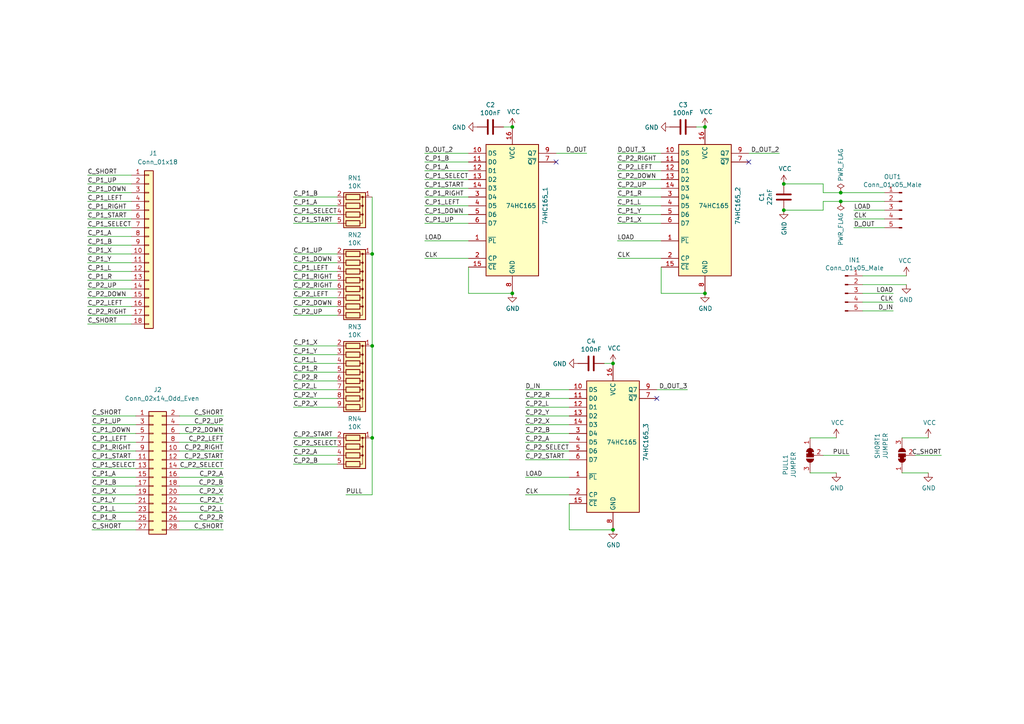
<source format=kicad_sch>
(kicad_sch (version 20211123) (generator eeschema)

  (uuid c01d25cd-f4bb-4ef3-b5ea-533a2a4ddb2b)

  (paper "A4")

  (title_block
    (title "Joystick Input Board (2P)")
    (rev "4")
    (company "Amos Home")
  )

  (lib_symbols
    (symbol "74xx:74HC165" (in_bom yes) (on_board yes)
      (property "Reference" "U" (id 0) (at -7.62 19.05 0)
        (effects (font (size 1.27 1.27)))
      )
      (property "Value" "74HC165" (id 1) (at -7.62 -21.59 0)
        (effects (font (size 1.27 1.27)))
      )
      (property "Footprint" "" (id 2) (at 0 0 0)
        (effects (font (size 1.27 1.27)) hide)
      )
      (property "Datasheet" "https://assets.nexperia.com/documents/data-sheet/74HC_HCT165.pdf" (id 3) (at 0 0 0)
        (effects (font (size 1.27 1.27)) hide)
      )
      (property "ki_keywords" "8 bit shift register parallel load cmos" (id 4) (at 0 0 0)
        (effects (font (size 1.27 1.27)) hide)
      )
      (property "ki_description" "Shift Register, 8-bit, Parallel Load" (id 5) (at 0 0 0)
        (effects (font (size 1.27 1.27)) hide)
      )
      (property "ki_fp_filters" "DIP?16* SO*16*3.9x9.9mm*P1.27mm* SSOP*16*5.3x6.2mm*P0.65mm* TSSOP*16*4.4x5mm*P0.65*" (id 6) (at 0 0 0)
        (effects (font (size 1.27 1.27)) hide)
      )
      (symbol "74HC165_1_0"
        (pin input line (at -12.7 -10.16 0) (length 5.08)
          (name "~{PL}" (effects (font (size 1.27 1.27))))
          (number "1" (effects (font (size 1.27 1.27))))
        )
        (pin input line (at -12.7 15.24 0) (length 5.08)
          (name "DS" (effects (font (size 1.27 1.27))))
          (number "10" (effects (font (size 1.27 1.27))))
        )
        (pin input line (at -12.7 12.7 0) (length 5.08)
          (name "D0" (effects (font (size 1.27 1.27))))
          (number "11" (effects (font (size 1.27 1.27))))
        )
        (pin input line (at -12.7 10.16 0) (length 5.08)
          (name "D1" (effects (font (size 1.27 1.27))))
          (number "12" (effects (font (size 1.27 1.27))))
        )
        (pin input line (at -12.7 7.62 0) (length 5.08)
          (name "D2" (effects (font (size 1.27 1.27))))
          (number "13" (effects (font (size 1.27 1.27))))
        )
        (pin input line (at -12.7 5.08 0) (length 5.08)
          (name "D3" (effects (font (size 1.27 1.27))))
          (number "14" (effects (font (size 1.27 1.27))))
        )
        (pin input line (at -12.7 -17.78 0) (length 5.08)
          (name "~{CE}" (effects (font (size 1.27 1.27))))
          (number "15" (effects (font (size 1.27 1.27))))
        )
        (pin power_in line (at 0 22.86 270) (length 5.08)
          (name "VCC" (effects (font (size 1.27 1.27))))
          (number "16" (effects (font (size 1.27 1.27))))
        )
        (pin input line (at -12.7 -15.24 0) (length 5.08)
          (name "CP" (effects (font (size 1.27 1.27))))
          (number "2" (effects (font (size 1.27 1.27))))
        )
        (pin input line (at -12.7 2.54 0) (length 5.08)
          (name "D4" (effects (font (size 1.27 1.27))))
          (number "3" (effects (font (size 1.27 1.27))))
        )
        (pin input line (at -12.7 0 0) (length 5.08)
          (name "D5" (effects (font (size 1.27 1.27))))
          (number "4" (effects (font (size 1.27 1.27))))
        )
        (pin input line (at -12.7 -2.54 0) (length 5.08)
          (name "D6" (effects (font (size 1.27 1.27))))
          (number "5" (effects (font (size 1.27 1.27))))
        )
        (pin input line (at -12.7 -5.08 0) (length 5.08)
          (name "D7" (effects (font (size 1.27 1.27))))
          (number "6" (effects (font (size 1.27 1.27))))
        )
        (pin output line (at 12.7 12.7 180) (length 5.08)
          (name "~{Q7}" (effects (font (size 1.27 1.27))))
          (number "7" (effects (font (size 1.27 1.27))))
        )
        (pin power_in line (at 0 -25.4 90) (length 5.08)
          (name "GND" (effects (font (size 1.27 1.27))))
          (number "8" (effects (font (size 1.27 1.27))))
        )
        (pin output line (at 12.7 15.24 180) (length 5.08)
          (name "Q7" (effects (font (size 1.27 1.27))))
          (number "9" (effects (font (size 1.27 1.27))))
        )
      )
      (symbol "74HC165_1_1"
        (rectangle (start -7.62 17.78) (end 7.62 -20.32)
          (stroke (width 0.254) (type default) (color 0 0 0 0))
          (fill (type background))
        )
      )
    )
    (symbol "Connector:Conn_01x05_Male" (pin_names (offset 1.016) hide) (in_bom yes) (on_board yes)
      (property "Reference" "J" (id 0) (at 0 7.62 0)
        (effects (font (size 1.27 1.27)))
      )
      (property "Value" "Conn_01x05_Male" (id 1) (at 0 -7.62 0)
        (effects (font (size 1.27 1.27)))
      )
      (property "Footprint" "" (id 2) (at 0 0 0)
        (effects (font (size 1.27 1.27)) hide)
      )
      (property "Datasheet" "~" (id 3) (at 0 0 0)
        (effects (font (size 1.27 1.27)) hide)
      )
      (property "ki_keywords" "connector" (id 4) (at 0 0 0)
        (effects (font (size 1.27 1.27)) hide)
      )
      (property "ki_description" "Generic connector, single row, 01x05, script generated (kicad-library-utils/schlib/autogen/connector/)" (id 5) (at 0 0 0)
        (effects (font (size 1.27 1.27)) hide)
      )
      (property "ki_fp_filters" "Connector*:*_1x??_*" (id 6) (at 0 0 0)
        (effects (font (size 1.27 1.27)) hide)
      )
      (symbol "Conn_01x05_Male_1_1"
        (polyline
          (pts
            (xy 1.27 -5.08)
            (xy 0.8636 -5.08)
          )
          (stroke (width 0.1524) (type default) (color 0 0 0 0))
          (fill (type none))
        )
        (polyline
          (pts
            (xy 1.27 -2.54)
            (xy 0.8636 -2.54)
          )
          (stroke (width 0.1524) (type default) (color 0 0 0 0))
          (fill (type none))
        )
        (polyline
          (pts
            (xy 1.27 0)
            (xy 0.8636 0)
          )
          (stroke (width 0.1524) (type default) (color 0 0 0 0))
          (fill (type none))
        )
        (polyline
          (pts
            (xy 1.27 2.54)
            (xy 0.8636 2.54)
          )
          (stroke (width 0.1524) (type default) (color 0 0 0 0))
          (fill (type none))
        )
        (polyline
          (pts
            (xy 1.27 5.08)
            (xy 0.8636 5.08)
          )
          (stroke (width 0.1524) (type default) (color 0 0 0 0))
          (fill (type none))
        )
        (rectangle (start 0.8636 -4.953) (end 0 -5.207)
          (stroke (width 0.1524) (type default) (color 0 0 0 0))
          (fill (type outline))
        )
        (rectangle (start 0.8636 -2.413) (end 0 -2.667)
          (stroke (width 0.1524) (type default) (color 0 0 0 0))
          (fill (type outline))
        )
        (rectangle (start 0.8636 0.127) (end 0 -0.127)
          (stroke (width 0.1524) (type default) (color 0 0 0 0))
          (fill (type outline))
        )
        (rectangle (start 0.8636 2.667) (end 0 2.413)
          (stroke (width 0.1524) (type default) (color 0 0 0 0))
          (fill (type outline))
        )
        (rectangle (start 0.8636 5.207) (end 0 4.953)
          (stroke (width 0.1524) (type default) (color 0 0 0 0))
          (fill (type outline))
        )
        (pin passive line (at 5.08 5.08 180) (length 3.81)
          (name "Pin_1" (effects (font (size 1.27 1.27))))
          (number "1" (effects (font (size 1.27 1.27))))
        )
        (pin passive line (at 5.08 2.54 180) (length 3.81)
          (name "Pin_2" (effects (font (size 1.27 1.27))))
          (number "2" (effects (font (size 1.27 1.27))))
        )
        (pin passive line (at 5.08 0 180) (length 3.81)
          (name "Pin_3" (effects (font (size 1.27 1.27))))
          (number "3" (effects (font (size 1.27 1.27))))
        )
        (pin passive line (at 5.08 -2.54 180) (length 3.81)
          (name "Pin_4" (effects (font (size 1.27 1.27))))
          (number "4" (effects (font (size 1.27 1.27))))
        )
        (pin passive line (at 5.08 -5.08 180) (length 3.81)
          (name "Pin_5" (effects (font (size 1.27 1.27))))
          (number "5" (effects (font (size 1.27 1.27))))
        )
      )
    )
    (symbol "Connector_Generic:Conn_01x18" (pin_names (offset 1.016) hide) (in_bom yes) (on_board yes)
      (property "Reference" "J" (id 0) (at 0 22.86 0)
        (effects (font (size 1.27 1.27)))
      )
      (property "Value" "Conn_01x18" (id 1) (at 0 -25.4 0)
        (effects (font (size 1.27 1.27)))
      )
      (property "Footprint" "" (id 2) (at 0 0 0)
        (effects (font (size 1.27 1.27)) hide)
      )
      (property "Datasheet" "~" (id 3) (at 0 0 0)
        (effects (font (size 1.27 1.27)) hide)
      )
      (property "ki_keywords" "connector" (id 4) (at 0 0 0)
        (effects (font (size 1.27 1.27)) hide)
      )
      (property "ki_description" "Generic connector, single row, 01x18, script generated (kicad-library-utils/schlib/autogen/connector/)" (id 5) (at 0 0 0)
        (effects (font (size 1.27 1.27)) hide)
      )
      (property "ki_fp_filters" "Connector*:*_1x??_*" (id 6) (at 0 0 0)
        (effects (font (size 1.27 1.27)) hide)
      )
      (symbol "Conn_01x18_1_1"
        (rectangle (start -1.27 -22.733) (end 0 -22.987)
          (stroke (width 0.1524) (type default) (color 0 0 0 0))
          (fill (type none))
        )
        (rectangle (start -1.27 -20.193) (end 0 -20.447)
          (stroke (width 0.1524) (type default) (color 0 0 0 0))
          (fill (type none))
        )
        (rectangle (start -1.27 -17.653) (end 0 -17.907)
          (stroke (width 0.1524) (type default) (color 0 0 0 0))
          (fill (type none))
        )
        (rectangle (start -1.27 -15.113) (end 0 -15.367)
          (stroke (width 0.1524) (type default) (color 0 0 0 0))
          (fill (type none))
        )
        (rectangle (start -1.27 -12.573) (end 0 -12.827)
          (stroke (width 0.1524) (type default) (color 0 0 0 0))
          (fill (type none))
        )
        (rectangle (start -1.27 -10.033) (end 0 -10.287)
          (stroke (width 0.1524) (type default) (color 0 0 0 0))
          (fill (type none))
        )
        (rectangle (start -1.27 -7.493) (end 0 -7.747)
          (stroke (width 0.1524) (type default) (color 0 0 0 0))
          (fill (type none))
        )
        (rectangle (start -1.27 -4.953) (end 0 -5.207)
          (stroke (width 0.1524) (type default) (color 0 0 0 0))
          (fill (type none))
        )
        (rectangle (start -1.27 -2.413) (end 0 -2.667)
          (stroke (width 0.1524) (type default) (color 0 0 0 0))
          (fill (type none))
        )
        (rectangle (start -1.27 0.127) (end 0 -0.127)
          (stroke (width 0.1524) (type default) (color 0 0 0 0))
          (fill (type none))
        )
        (rectangle (start -1.27 2.667) (end 0 2.413)
          (stroke (width 0.1524) (type default) (color 0 0 0 0))
          (fill (type none))
        )
        (rectangle (start -1.27 5.207) (end 0 4.953)
          (stroke (width 0.1524) (type default) (color 0 0 0 0))
          (fill (type none))
        )
        (rectangle (start -1.27 7.747) (end 0 7.493)
          (stroke (width 0.1524) (type default) (color 0 0 0 0))
          (fill (type none))
        )
        (rectangle (start -1.27 10.287) (end 0 10.033)
          (stroke (width 0.1524) (type default) (color 0 0 0 0))
          (fill (type none))
        )
        (rectangle (start -1.27 12.827) (end 0 12.573)
          (stroke (width 0.1524) (type default) (color 0 0 0 0))
          (fill (type none))
        )
        (rectangle (start -1.27 15.367) (end 0 15.113)
          (stroke (width 0.1524) (type default) (color 0 0 0 0))
          (fill (type none))
        )
        (rectangle (start -1.27 17.907) (end 0 17.653)
          (stroke (width 0.1524) (type default) (color 0 0 0 0))
          (fill (type none))
        )
        (rectangle (start -1.27 20.447) (end 0 20.193)
          (stroke (width 0.1524) (type default) (color 0 0 0 0))
          (fill (type none))
        )
        (rectangle (start -1.27 21.59) (end 1.27 -24.13)
          (stroke (width 0.254) (type default) (color 0 0 0 0))
          (fill (type background))
        )
        (pin passive line (at -5.08 20.32 0) (length 3.81)
          (name "Pin_1" (effects (font (size 1.27 1.27))))
          (number "1" (effects (font (size 1.27 1.27))))
        )
        (pin passive line (at -5.08 -2.54 0) (length 3.81)
          (name "Pin_10" (effects (font (size 1.27 1.27))))
          (number "10" (effects (font (size 1.27 1.27))))
        )
        (pin passive line (at -5.08 -5.08 0) (length 3.81)
          (name "Pin_11" (effects (font (size 1.27 1.27))))
          (number "11" (effects (font (size 1.27 1.27))))
        )
        (pin passive line (at -5.08 -7.62 0) (length 3.81)
          (name "Pin_12" (effects (font (size 1.27 1.27))))
          (number "12" (effects (font (size 1.27 1.27))))
        )
        (pin passive line (at -5.08 -10.16 0) (length 3.81)
          (name "Pin_13" (effects (font (size 1.27 1.27))))
          (number "13" (effects (font (size 1.27 1.27))))
        )
        (pin passive line (at -5.08 -12.7 0) (length 3.81)
          (name "Pin_14" (effects (font (size 1.27 1.27))))
          (number "14" (effects (font (size 1.27 1.27))))
        )
        (pin passive line (at -5.08 -15.24 0) (length 3.81)
          (name "Pin_15" (effects (font (size 1.27 1.27))))
          (number "15" (effects (font (size 1.27 1.27))))
        )
        (pin passive line (at -5.08 -17.78 0) (length 3.81)
          (name "Pin_16" (effects (font (size 1.27 1.27))))
          (number "16" (effects (font (size 1.27 1.27))))
        )
        (pin passive line (at -5.08 -20.32 0) (length 3.81)
          (name "Pin_17" (effects (font (size 1.27 1.27))))
          (number "17" (effects (font (size 1.27 1.27))))
        )
        (pin passive line (at -5.08 -22.86 0) (length 3.81)
          (name "Pin_18" (effects (font (size 1.27 1.27))))
          (number "18" (effects (font (size 1.27 1.27))))
        )
        (pin passive line (at -5.08 17.78 0) (length 3.81)
          (name "Pin_2" (effects (font (size 1.27 1.27))))
          (number "2" (effects (font (size 1.27 1.27))))
        )
        (pin passive line (at -5.08 15.24 0) (length 3.81)
          (name "Pin_3" (effects (font (size 1.27 1.27))))
          (number "3" (effects (font (size 1.27 1.27))))
        )
        (pin passive line (at -5.08 12.7 0) (length 3.81)
          (name "Pin_4" (effects (font (size 1.27 1.27))))
          (number "4" (effects (font (size 1.27 1.27))))
        )
        (pin passive line (at -5.08 10.16 0) (length 3.81)
          (name "Pin_5" (effects (font (size 1.27 1.27))))
          (number "5" (effects (font (size 1.27 1.27))))
        )
        (pin passive line (at -5.08 7.62 0) (length 3.81)
          (name "Pin_6" (effects (font (size 1.27 1.27))))
          (number "6" (effects (font (size 1.27 1.27))))
        )
        (pin passive line (at -5.08 5.08 0) (length 3.81)
          (name "Pin_7" (effects (font (size 1.27 1.27))))
          (number "7" (effects (font (size 1.27 1.27))))
        )
        (pin passive line (at -5.08 2.54 0) (length 3.81)
          (name "Pin_8" (effects (font (size 1.27 1.27))))
          (number "8" (effects (font (size 1.27 1.27))))
        )
        (pin passive line (at -5.08 0 0) (length 3.81)
          (name "Pin_9" (effects (font (size 1.27 1.27))))
          (number "9" (effects (font (size 1.27 1.27))))
        )
      )
    )
    (symbol "Connector_Generic:Conn_02x14_Odd_Even" (pin_names (offset 1.016) hide) (in_bom yes) (on_board yes)
      (property "Reference" "J" (id 0) (at 1.27 17.78 0)
        (effects (font (size 1.27 1.27)))
      )
      (property "Value" "Conn_02x14_Odd_Even" (id 1) (at 1.27 -20.32 0)
        (effects (font (size 1.27 1.27)))
      )
      (property "Footprint" "" (id 2) (at 0 0 0)
        (effects (font (size 1.27 1.27)) hide)
      )
      (property "Datasheet" "~" (id 3) (at 0 0 0)
        (effects (font (size 1.27 1.27)) hide)
      )
      (property "ki_keywords" "connector" (id 4) (at 0 0 0)
        (effects (font (size 1.27 1.27)) hide)
      )
      (property "ki_description" "Generic connector, double row, 02x14, odd/even pin numbering scheme (row 1 odd numbers, row 2 even numbers), script generated (kicad-library-utils/schlib/autogen/connector/)" (id 5) (at 0 0 0)
        (effects (font (size 1.27 1.27)) hide)
      )
      (property "ki_fp_filters" "Connector*:*_2x??_*" (id 6) (at 0 0 0)
        (effects (font (size 1.27 1.27)) hide)
      )
      (symbol "Conn_02x14_Odd_Even_1_1"
        (rectangle (start -1.27 -17.653) (end 0 -17.907)
          (stroke (width 0.1524) (type default) (color 0 0 0 0))
          (fill (type none))
        )
        (rectangle (start -1.27 -15.113) (end 0 -15.367)
          (stroke (width 0.1524) (type default) (color 0 0 0 0))
          (fill (type none))
        )
        (rectangle (start -1.27 -12.573) (end 0 -12.827)
          (stroke (width 0.1524) (type default) (color 0 0 0 0))
          (fill (type none))
        )
        (rectangle (start -1.27 -10.033) (end 0 -10.287)
          (stroke (width 0.1524) (type default) (color 0 0 0 0))
          (fill (type none))
        )
        (rectangle (start -1.27 -7.493) (end 0 -7.747)
          (stroke (width 0.1524) (type default) (color 0 0 0 0))
          (fill (type none))
        )
        (rectangle (start -1.27 -4.953) (end 0 -5.207)
          (stroke (width 0.1524) (type default) (color 0 0 0 0))
          (fill (type none))
        )
        (rectangle (start -1.27 -2.413) (end 0 -2.667)
          (stroke (width 0.1524) (type default) (color 0 0 0 0))
          (fill (type none))
        )
        (rectangle (start -1.27 0.127) (end 0 -0.127)
          (stroke (width 0.1524) (type default) (color 0 0 0 0))
          (fill (type none))
        )
        (rectangle (start -1.27 2.667) (end 0 2.413)
          (stroke (width 0.1524) (type default) (color 0 0 0 0))
          (fill (type none))
        )
        (rectangle (start -1.27 5.207) (end 0 4.953)
          (stroke (width 0.1524) (type default) (color 0 0 0 0))
          (fill (type none))
        )
        (rectangle (start -1.27 7.747) (end 0 7.493)
          (stroke (width 0.1524) (type default) (color 0 0 0 0))
          (fill (type none))
        )
        (rectangle (start -1.27 10.287) (end 0 10.033)
          (stroke (width 0.1524) (type default) (color 0 0 0 0))
          (fill (type none))
        )
        (rectangle (start -1.27 12.827) (end 0 12.573)
          (stroke (width 0.1524) (type default) (color 0 0 0 0))
          (fill (type none))
        )
        (rectangle (start -1.27 15.367) (end 0 15.113)
          (stroke (width 0.1524) (type default) (color 0 0 0 0))
          (fill (type none))
        )
        (rectangle (start -1.27 16.51) (end 3.81 -19.05)
          (stroke (width 0.254) (type default) (color 0 0 0 0))
          (fill (type background))
        )
        (rectangle (start 3.81 -17.653) (end 2.54 -17.907)
          (stroke (width 0.1524) (type default) (color 0 0 0 0))
          (fill (type none))
        )
        (rectangle (start 3.81 -15.113) (end 2.54 -15.367)
          (stroke (width 0.1524) (type default) (color 0 0 0 0))
          (fill (type none))
        )
        (rectangle (start 3.81 -12.573) (end 2.54 -12.827)
          (stroke (width 0.1524) (type default) (color 0 0 0 0))
          (fill (type none))
        )
        (rectangle (start 3.81 -10.033) (end 2.54 -10.287)
          (stroke (width 0.1524) (type default) (color 0 0 0 0))
          (fill (type none))
        )
        (rectangle (start 3.81 -7.493) (end 2.54 -7.747)
          (stroke (width 0.1524) (type default) (color 0 0 0 0))
          (fill (type none))
        )
        (rectangle (start 3.81 -4.953) (end 2.54 -5.207)
          (stroke (width 0.1524) (type default) (color 0 0 0 0))
          (fill (type none))
        )
        (rectangle (start 3.81 -2.413) (end 2.54 -2.667)
          (stroke (width 0.1524) (type default) (color 0 0 0 0))
          (fill (type none))
        )
        (rectangle (start 3.81 0.127) (end 2.54 -0.127)
          (stroke (width 0.1524) (type default) (color 0 0 0 0))
          (fill (type none))
        )
        (rectangle (start 3.81 2.667) (end 2.54 2.413)
          (stroke (width 0.1524) (type default) (color 0 0 0 0))
          (fill (type none))
        )
        (rectangle (start 3.81 5.207) (end 2.54 4.953)
          (stroke (width 0.1524) (type default) (color 0 0 0 0))
          (fill (type none))
        )
        (rectangle (start 3.81 7.747) (end 2.54 7.493)
          (stroke (width 0.1524) (type default) (color 0 0 0 0))
          (fill (type none))
        )
        (rectangle (start 3.81 10.287) (end 2.54 10.033)
          (stroke (width 0.1524) (type default) (color 0 0 0 0))
          (fill (type none))
        )
        (rectangle (start 3.81 12.827) (end 2.54 12.573)
          (stroke (width 0.1524) (type default) (color 0 0 0 0))
          (fill (type none))
        )
        (rectangle (start 3.81 15.367) (end 2.54 15.113)
          (stroke (width 0.1524) (type default) (color 0 0 0 0))
          (fill (type none))
        )
        (pin passive line (at -5.08 15.24 0) (length 3.81)
          (name "Pin_1" (effects (font (size 1.27 1.27))))
          (number "1" (effects (font (size 1.27 1.27))))
        )
        (pin passive line (at 7.62 5.08 180) (length 3.81)
          (name "Pin_10" (effects (font (size 1.27 1.27))))
          (number "10" (effects (font (size 1.27 1.27))))
        )
        (pin passive line (at -5.08 2.54 0) (length 3.81)
          (name "Pin_11" (effects (font (size 1.27 1.27))))
          (number "11" (effects (font (size 1.27 1.27))))
        )
        (pin passive line (at 7.62 2.54 180) (length 3.81)
          (name "Pin_12" (effects (font (size 1.27 1.27))))
          (number "12" (effects (font (size 1.27 1.27))))
        )
        (pin passive line (at -5.08 0 0) (length 3.81)
          (name "Pin_13" (effects (font (size 1.27 1.27))))
          (number "13" (effects (font (size 1.27 1.27))))
        )
        (pin passive line (at 7.62 0 180) (length 3.81)
          (name "Pin_14" (effects (font (size 1.27 1.27))))
          (number "14" (effects (font (size 1.27 1.27))))
        )
        (pin passive line (at -5.08 -2.54 0) (length 3.81)
          (name "Pin_15" (effects (font (size 1.27 1.27))))
          (number "15" (effects (font (size 1.27 1.27))))
        )
        (pin passive line (at 7.62 -2.54 180) (length 3.81)
          (name "Pin_16" (effects (font (size 1.27 1.27))))
          (number "16" (effects (font (size 1.27 1.27))))
        )
        (pin passive line (at -5.08 -5.08 0) (length 3.81)
          (name "Pin_17" (effects (font (size 1.27 1.27))))
          (number "17" (effects (font (size 1.27 1.27))))
        )
        (pin passive line (at 7.62 -5.08 180) (length 3.81)
          (name "Pin_18" (effects (font (size 1.27 1.27))))
          (number "18" (effects (font (size 1.27 1.27))))
        )
        (pin passive line (at -5.08 -7.62 0) (length 3.81)
          (name "Pin_19" (effects (font (size 1.27 1.27))))
          (number "19" (effects (font (size 1.27 1.27))))
        )
        (pin passive line (at 7.62 15.24 180) (length 3.81)
          (name "Pin_2" (effects (font (size 1.27 1.27))))
          (number "2" (effects (font (size 1.27 1.27))))
        )
        (pin passive line (at 7.62 -7.62 180) (length 3.81)
          (name "Pin_20" (effects (font (size 1.27 1.27))))
          (number "20" (effects (font (size 1.27 1.27))))
        )
        (pin passive line (at -5.08 -10.16 0) (length 3.81)
          (name "Pin_21" (effects (font (size 1.27 1.27))))
          (number "21" (effects (font (size 1.27 1.27))))
        )
        (pin passive line (at 7.62 -10.16 180) (length 3.81)
          (name "Pin_22" (effects (font (size 1.27 1.27))))
          (number "22" (effects (font (size 1.27 1.27))))
        )
        (pin passive line (at -5.08 -12.7 0) (length 3.81)
          (name "Pin_23" (effects (font (size 1.27 1.27))))
          (number "23" (effects (font (size 1.27 1.27))))
        )
        (pin passive line (at 7.62 -12.7 180) (length 3.81)
          (name "Pin_24" (effects (font (size 1.27 1.27))))
          (number "24" (effects (font (size 1.27 1.27))))
        )
        (pin passive line (at -5.08 -15.24 0) (length 3.81)
          (name "Pin_25" (effects (font (size 1.27 1.27))))
          (number "25" (effects (font (size 1.27 1.27))))
        )
        (pin passive line (at 7.62 -15.24 180) (length 3.81)
          (name "Pin_26" (effects (font (size 1.27 1.27))))
          (number "26" (effects (font (size 1.27 1.27))))
        )
        (pin passive line (at -5.08 -17.78 0) (length 3.81)
          (name "Pin_27" (effects (font (size 1.27 1.27))))
          (number "27" (effects (font (size 1.27 1.27))))
        )
        (pin passive line (at 7.62 -17.78 180) (length 3.81)
          (name "Pin_28" (effects (font (size 1.27 1.27))))
          (number "28" (effects (font (size 1.27 1.27))))
        )
        (pin passive line (at -5.08 12.7 0) (length 3.81)
          (name "Pin_3" (effects (font (size 1.27 1.27))))
          (number "3" (effects (font (size 1.27 1.27))))
        )
        (pin passive line (at 7.62 12.7 180) (length 3.81)
          (name "Pin_4" (effects (font (size 1.27 1.27))))
          (number "4" (effects (font (size 1.27 1.27))))
        )
        (pin passive line (at -5.08 10.16 0) (length 3.81)
          (name "Pin_5" (effects (font (size 1.27 1.27))))
          (number "5" (effects (font (size 1.27 1.27))))
        )
        (pin passive line (at 7.62 10.16 180) (length 3.81)
          (name "Pin_6" (effects (font (size 1.27 1.27))))
          (number "6" (effects (font (size 1.27 1.27))))
        )
        (pin passive line (at -5.08 7.62 0) (length 3.81)
          (name "Pin_7" (effects (font (size 1.27 1.27))))
          (number "7" (effects (font (size 1.27 1.27))))
        )
        (pin passive line (at 7.62 7.62 180) (length 3.81)
          (name "Pin_8" (effects (font (size 1.27 1.27))))
          (number "8" (effects (font (size 1.27 1.27))))
        )
        (pin passive line (at -5.08 5.08 0) (length 3.81)
          (name "Pin_9" (effects (font (size 1.27 1.27))))
          (number "9" (effects (font (size 1.27 1.27))))
        )
      )
    )
    (symbol "Device:C" (pin_numbers hide) (pin_names (offset 0.254)) (in_bom yes) (on_board yes)
      (property "Reference" "C" (id 0) (at 0.635 2.54 0)
        (effects (font (size 1.27 1.27)) (justify left))
      )
      (property "Value" "C" (id 1) (at 0.635 -2.54 0)
        (effects (font (size 1.27 1.27)) (justify left))
      )
      (property "Footprint" "" (id 2) (at 0.9652 -3.81 0)
        (effects (font (size 1.27 1.27)) hide)
      )
      (property "Datasheet" "~" (id 3) (at 0 0 0)
        (effects (font (size 1.27 1.27)) hide)
      )
      (property "ki_keywords" "cap capacitor" (id 4) (at 0 0 0)
        (effects (font (size 1.27 1.27)) hide)
      )
      (property "ki_description" "Unpolarized capacitor" (id 5) (at 0 0 0)
        (effects (font (size 1.27 1.27)) hide)
      )
      (property "ki_fp_filters" "C_*" (id 6) (at 0 0 0)
        (effects (font (size 1.27 1.27)) hide)
      )
      (symbol "C_0_1"
        (polyline
          (pts
            (xy -2.032 -0.762)
            (xy 2.032 -0.762)
          )
          (stroke (width 0.508) (type default) (color 0 0 0 0))
          (fill (type none))
        )
        (polyline
          (pts
            (xy -2.032 0.762)
            (xy 2.032 0.762)
          )
          (stroke (width 0.508) (type default) (color 0 0 0 0))
          (fill (type none))
        )
      )
      (symbol "C_1_1"
        (pin passive line (at 0 3.81 270) (length 2.794)
          (name "~" (effects (font (size 1.27 1.27))))
          (number "1" (effects (font (size 1.27 1.27))))
        )
        (pin passive line (at 0 -3.81 90) (length 2.794)
          (name "~" (effects (font (size 1.27 1.27))))
          (number "2" (effects (font (size 1.27 1.27))))
        )
      )
    )
    (symbol "Device:R_Network04" (pin_names (offset 0) hide) (in_bom yes) (on_board yes)
      (property "Reference" "RN" (id 0) (at -7.62 0 90)
        (effects (font (size 1.27 1.27)))
      )
      (property "Value" "R_Network04" (id 1) (at 5.08 0 90)
        (effects (font (size 1.27 1.27)))
      )
      (property "Footprint" "Resistor_THT:R_Array_SIP5" (id 2) (at 6.985 0 90)
        (effects (font (size 1.27 1.27)) hide)
      )
      (property "Datasheet" "http://www.vishay.com/docs/31509/csc.pdf" (id 3) (at 0 0 0)
        (effects (font (size 1.27 1.27)) hide)
      )
      (property "ki_keywords" "R network star-topology" (id 4) (at 0 0 0)
        (effects (font (size 1.27 1.27)) hide)
      )
      (property "ki_description" "4 resistor network, star topology, bussed resistors, small symbol" (id 5) (at 0 0 0)
        (effects (font (size 1.27 1.27)) hide)
      )
      (property "ki_fp_filters" "R?Array?SIP*" (id 6) (at 0 0 0)
        (effects (font (size 1.27 1.27)) hide)
      )
      (symbol "R_Network04_0_1"
        (rectangle (start -6.35 -3.175) (end 3.81 3.175)
          (stroke (width 0.254) (type default) (color 0 0 0 0))
          (fill (type background))
        )
        (rectangle (start -5.842 1.524) (end -4.318 -2.54)
          (stroke (width 0.254) (type default) (color 0 0 0 0))
          (fill (type none))
        )
        (circle (center -5.08 2.286) (radius 0.254)
          (stroke (width 0) (type default) (color 0 0 0 0))
          (fill (type outline))
        )
        (rectangle (start -3.302 1.524) (end -1.778 -2.54)
          (stroke (width 0.254) (type default) (color 0 0 0 0))
          (fill (type none))
        )
        (circle (center -2.54 2.286) (radius 0.254)
          (stroke (width 0) (type default) (color 0 0 0 0))
          (fill (type outline))
        )
        (rectangle (start -0.762 1.524) (end 0.762 -2.54)
          (stroke (width 0.254) (type default) (color 0 0 0 0))
          (fill (type none))
        )
        (polyline
          (pts
            (xy -5.08 -2.54)
            (xy -5.08 -3.81)
          )
          (stroke (width 0) (type default) (color 0 0 0 0))
          (fill (type none))
        )
        (polyline
          (pts
            (xy -2.54 -2.54)
            (xy -2.54 -3.81)
          )
          (stroke (width 0) (type default) (color 0 0 0 0))
          (fill (type none))
        )
        (polyline
          (pts
            (xy 0 -2.54)
            (xy 0 -3.81)
          )
          (stroke (width 0) (type default) (color 0 0 0 0))
          (fill (type none))
        )
        (polyline
          (pts
            (xy 2.54 -2.54)
            (xy 2.54 -3.81)
          )
          (stroke (width 0) (type default) (color 0 0 0 0))
          (fill (type none))
        )
        (polyline
          (pts
            (xy -5.08 1.524)
            (xy -5.08 2.286)
            (xy -2.54 2.286)
            (xy -2.54 1.524)
          )
          (stroke (width 0) (type default) (color 0 0 0 0))
          (fill (type none))
        )
        (polyline
          (pts
            (xy -2.54 1.524)
            (xy -2.54 2.286)
            (xy 0 2.286)
            (xy 0 1.524)
          )
          (stroke (width 0) (type default) (color 0 0 0 0))
          (fill (type none))
        )
        (polyline
          (pts
            (xy 0 1.524)
            (xy 0 2.286)
            (xy 2.54 2.286)
            (xy 2.54 1.524)
          )
          (stroke (width 0) (type default) (color 0 0 0 0))
          (fill (type none))
        )
        (circle (center 0 2.286) (radius 0.254)
          (stroke (width 0) (type default) (color 0 0 0 0))
          (fill (type outline))
        )
        (rectangle (start 1.778 1.524) (end 3.302 -2.54)
          (stroke (width 0.254) (type default) (color 0 0 0 0))
          (fill (type none))
        )
      )
      (symbol "R_Network04_1_1"
        (pin passive line (at -5.08 5.08 270) (length 2.54)
          (name "common" (effects (font (size 1.27 1.27))))
          (number "1" (effects (font (size 1.27 1.27))))
        )
        (pin passive line (at -5.08 -5.08 90) (length 1.27)
          (name "R1" (effects (font (size 1.27 1.27))))
          (number "2" (effects (font (size 1.27 1.27))))
        )
        (pin passive line (at -2.54 -5.08 90) (length 1.27)
          (name "R2" (effects (font (size 1.27 1.27))))
          (number "3" (effects (font (size 1.27 1.27))))
        )
        (pin passive line (at 0 -5.08 90) (length 1.27)
          (name "R3" (effects (font (size 1.27 1.27))))
          (number "4" (effects (font (size 1.27 1.27))))
        )
        (pin passive line (at 2.54 -5.08 90) (length 1.27)
          (name "R4" (effects (font (size 1.27 1.27))))
          (number "5" (effects (font (size 1.27 1.27))))
        )
      )
    )
    (symbol "Device:R_Network08" (pin_names (offset 0) hide) (in_bom yes) (on_board yes)
      (property "Reference" "RN" (id 0) (at -12.7 0 90)
        (effects (font (size 1.27 1.27)))
      )
      (property "Value" "R_Network08" (id 1) (at 10.16 0 90)
        (effects (font (size 1.27 1.27)))
      )
      (property "Footprint" "Resistor_THT:R_Array_SIP9" (id 2) (at 12.065 0 90)
        (effects (font (size 1.27 1.27)) hide)
      )
      (property "Datasheet" "http://www.vishay.com/docs/31509/csc.pdf" (id 3) (at 0 0 0)
        (effects (font (size 1.27 1.27)) hide)
      )
      (property "ki_keywords" "R network star-topology" (id 4) (at 0 0 0)
        (effects (font (size 1.27 1.27)) hide)
      )
      (property "ki_description" "8 resistor network, star topology, bussed resistors, small symbol" (id 5) (at 0 0 0)
        (effects (font (size 1.27 1.27)) hide)
      )
      (property "ki_fp_filters" "R?Array?SIP*" (id 6) (at 0 0 0)
        (effects (font (size 1.27 1.27)) hide)
      )
      (symbol "R_Network08_0_1"
        (rectangle (start -11.43 -3.175) (end 8.89 3.175)
          (stroke (width 0.254) (type default) (color 0 0 0 0))
          (fill (type background))
        )
        (rectangle (start -10.922 1.524) (end -9.398 -2.54)
          (stroke (width 0.254) (type default) (color 0 0 0 0))
          (fill (type none))
        )
        (circle (center -10.16 2.286) (radius 0.254)
          (stroke (width 0) (type default) (color 0 0 0 0))
          (fill (type outline))
        )
        (rectangle (start -8.382 1.524) (end -6.858 -2.54)
          (stroke (width 0.254) (type default) (color 0 0 0 0))
          (fill (type none))
        )
        (circle (center -7.62 2.286) (radius 0.254)
          (stroke (width 0) (type default) (color 0 0 0 0))
          (fill (type outline))
        )
        (rectangle (start -5.842 1.524) (end -4.318 -2.54)
          (stroke (width 0.254) (type default) (color 0 0 0 0))
          (fill (type none))
        )
        (circle (center -5.08 2.286) (radius 0.254)
          (stroke (width 0) (type default) (color 0 0 0 0))
          (fill (type outline))
        )
        (rectangle (start -3.302 1.524) (end -1.778 -2.54)
          (stroke (width 0.254) (type default) (color 0 0 0 0))
          (fill (type none))
        )
        (circle (center -2.54 2.286) (radius 0.254)
          (stroke (width 0) (type default) (color 0 0 0 0))
          (fill (type outline))
        )
        (rectangle (start -0.762 1.524) (end 0.762 -2.54)
          (stroke (width 0.254) (type default) (color 0 0 0 0))
          (fill (type none))
        )
        (polyline
          (pts
            (xy -10.16 -2.54)
            (xy -10.16 -3.81)
          )
          (stroke (width 0) (type default) (color 0 0 0 0))
          (fill (type none))
        )
        (polyline
          (pts
            (xy -7.62 -2.54)
            (xy -7.62 -3.81)
          )
          (stroke (width 0) (type default) (color 0 0 0 0))
          (fill (type none))
        )
        (polyline
          (pts
            (xy -5.08 -2.54)
            (xy -5.08 -3.81)
          )
          (stroke (width 0) (type default) (color 0 0 0 0))
          (fill (type none))
        )
        (polyline
          (pts
            (xy -2.54 -2.54)
            (xy -2.54 -3.81)
          )
          (stroke (width 0) (type default) (color 0 0 0 0))
          (fill (type none))
        )
        (polyline
          (pts
            (xy 0 -2.54)
            (xy 0 -3.81)
          )
          (stroke (width 0) (type default) (color 0 0 0 0))
          (fill (type none))
        )
        (polyline
          (pts
            (xy 2.54 -2.54)
            (xy 2.54 -3.81)
          )
          (stroke (width 0) (type default) (color 0 0 0 0))
          (fill (type none))
        )
        (polyline
          (pts
            (xy 5.08 -2.54)
            (xy 5.08 -3.81)
          )
          (stroke (width 0) (type default) (color 0 0 0 0))
          (fill (type none))
        )
        (polyline
          (pts
            (xy 7.62 -2.54)
            (xy 7.62 -3.81)
          )
          (stroke (width 0) (type default) (color 0 0 0 0))
          (fill (type none))
        )
        (polyline
          (pts
            (xy -10.16 1.524)
            (xy -10.16 2.286)
            (xy -7.62 2.286)
            (xy -7.62 1.524)
          )
          (stroke (width 0) (type default) (color 0 0 0 0))
          (fill (type none))
        )
        (polyline
          (pts
            (xy -7.62 1.524)
            (xy -7.62 2.286)
            (xy -5.08 2.286)
            (xy -5.08 1.524)
          )
          (stroke (width 0) (type default) (color 0 0 0 0))
          (fill (type none))
        )
        (polyline
          (pts
            (xy -5.08 1.524)
            (xy -5.08 2.286)
            (xy -2.54 2.286)
            (xy -2.54 1.524)
          )
          (stroke (width 0) (type default) (color 0 0 0 0))
          (fill (type none))
        )
        (polyline
          (pts
            (xy -2.54 1.524)
            (xy -2.54 2.286)
            (xy 0 2.286)
            (xy 0 1.524)
          )
          (stroke (width 0) (type default) (color 0 0 0 0))
          (fill (type none))
        )
        (polyline
          (pts
            (xy 0 1.524)
            (xy 0 2.286)
            (xy 2.54 2.286)
            (xy 2.54 1.524)
          )
          (stroke (width 0) (type default) (color 0 0 0 0))
          (fill (type none))
        )
        (polyline
          (pts
            (xy 2.54 1.524)
            (xy 2.54 2.286)
            (xy 5.08 2.286)
            (xy 5.08 1.524)
          )
          (stroke (width 0) (type default) (color 0 0 0 0))
          (fill (type none))
        )
        (polyline
          (pts
            (xy 5.08 1.524)
            (xy 5.08 2.286)
            (xy 7.62 2.286)
            (xy 7.62 1.524)
          )
          (stroke (width 0) (type default) (color 0 0 0 0))
          (fill (type none))
        )
        (circle (center 0 2.286) (radius 0.254)
          (stroke (width 0) (type default) (color 0 0 0 0))
          (fill (type outline))
        )
        (rectangle (start 1.778 1.524) (end 3.302 -2.54)
          (stroke (width 0.254) (type default) (color 0 0 0 0))
          (fill (type none))
        )
        (circle (center 2.54 2.286) (radius 0.254)
          (stroke (width 0) (type default) (color 0 0 0 0))
          (fill (type outline))
        )
        (rectangle (start 4.318 1.524) (end 5.842 -2.54)
          (stroke (width 0.254) (type default) (color 0 0 0 0))
          (fill (type none))
        )
        (circle (center 5.08 2.286) (radius 0.254)
          (stroke (width 0) (type default) (color 0 0 0 0))
          (fill (type outline))
        )
        (rectangle (start 6.858 1.524) (end 8.382 -2.54)
          (stroke (width 0.254) (type default) (color 0 0 0 0))
          (fill (type none))
        )
      )
      (symbol "R_Network08_1_1"
        (pin passive line (at -10.16 5.08 270) (length 2.54)
          (name "common" (effects (font (size 1.27 1.27))))
          (number "1" (effects (font (size 1.27 1.27))))
        )
        (pin passive line (at -10.16 -5.08 90) (length 1.27)
          (name "R1" (effects (font (size 1.27 1.27))))
          (number "2" (effects (font (size 1.27 1.27))))
        )
        (pin passive line (at -7.62 -5.08 90) (length 1.27)
          (name "R2" (effects (font (size 1.27 1.27))))
          (number "3" (effects (font (size 1.27 1.27))))
        )
        (pin passive line (at -5.08 -5.08 90) (length 1.27)
          (name "R3" (effects (font (size 1.27 1.27))))
          (number "4" (effects (font (size 1.27 1.27))))
        )
        (pin passive line (at -2.54 -5.08 90) (length 1.27)
          (name "R4" (effects (font (size 1.27 1.27))))
          (number "5" (effects (font (size 1.27 1.27))))
        )
        (pin passive line (at 0 -5.08 90) (length 1.27)
          (name "R5" (effects (font (size 1.27 1.27))))
          (number "6" (effects (font (size 1.27 1.27))))
        )
        (pin passive line (at 2.54 -5.08 90) (length 1.27)
          (name "R6" (effects (font (size 1.27 1.27))))
          (number "7" (effects (font (size 1.27 1.27))))
        )
        (pin passive line (at 5.08 -5.08 90) (length 1.27)
          (name "R7" (effects (font (size 1.27 1.27))))
          (number "8" (effects (font (size 1.27 1.27))))
        )
        (pin passive line (at 7.62 -5.08 90) (length 1.27)
          (name "R8" (effects (font (size 1.27 1.27))))
          (number "9" (effects (font (size 1.27 1.27))))
        )
      )
    )
    (symbol "Jumper:SolderJumper_3_Bridged12" (pin_names (offset 0) hide) (in_bom yes) (on_board yes)
      (property "Reference" "JP" (id 0) (at -2.54 -2.54 0)
        (effects (font (size 1.27 1.27)))
      )
      (property "Value" "SolderJumper_3_Bridged12" (id 1) (at 0 2.794 0)
        (effects (font (size 1.27 1.27)))
      )
      (property "Footprint" "" (id 2) (at 0 0 0)
        (effects (font (size 1.27 1.27)) hide)
      )
      (property "Datasheet" "~" (id 3) (at 0 0 0)
        (effects (font (size 1.27 1.27)) hide)
      )
      (property "ki_keywords" "Solder Jumper SPDT" (id 4) (at 0 0 0)
        (effects (font (size 1.27 1.27)) hide)
      )
      (property "ki_description" "3-pole Solder Jumper, pins 1+2 closed/bridged" (id 5) (at 0 0 0)
        (effects (font (size 1.27 1.27)) hide)
      )
      (property "ki_fp_filters" "SolderJumper*Bridged12*" (id 6) (at 0 0 0)
        (effects (font (size 1.27 1.27)) hide)
      )
      (symbol "SolderJumper_3_Bridged12_0_1"
        (rectangle (start -1.016 0.508) (end -0.508 -0.508)
          (stroke (width 0) (type default) (color 0 0 0 0))
          (fill (type outline))
        )
        (arc (start -1.016 1.016) (mid -2.032 0) (end -1.016 -1.016)
          (stroke (width 0) (type default) (color 0 0 0 0))
          (fill (type none))
        )
        (arc (start -1.016 1.016) (mid -2.032 0) (end -1.016 -1.016)
          (stroke (width 0) (type default) (color 0 0 0 0))
          (fill (type outline))
        )
        (rectangle (start -0.508 1.016) (end 0.508 -1.016)
          (stroke (width 0) (type default) (color 0 0 0 0))
          (fill (type outline))
        )
        (polyline
          (pts
            (xy -2.54 0)
            (xy -2.032 0)
          )
          (stroke (width 0) (type default) (color 0 0 0 0))
          (fill (type none))
        )
        (polyline
          (pts
            (xy -1.016 1.016)
            (xy -1.016 -1.016)
          )
          (stroke (width 0) (type default) (color 0 0 0 0))
          (fill (type none))
        )
        (polyline
          (pts
            (xy 0 -1.27)
            (xy 0 -1.016)
          )
          (stroke (width 0) (type default) (color 0 0 0 0))
          (fill (type none))
        )
        (polyline
          (pts
            (xy 1.016 1.016)
            (xy 1.016 -1.016)
          )
          (stroke (width 0) (type default) (color 0 0 0 0))
          (fill (type none))
        )
        (polyline
          (pts
            (xy 2.54 0)
            (xy 2.032 0)
          )
          (stroke (width 0) (type default) (color 0 0 0 0))
          (fill (type none))
        )
        (arc (start 1.016 -1.016) (mid 2.032 0) (end 1.016 1.016)
          (stroke (width 0) (type default) (color 0 0 0 0))
          (fill (type none))
        )
        (arc (start 1.016 -1.016) (mid 2.032 0) (end 1.016 1.016)
          (stroke (width 0) (type default) (color 0 0 0 0))
          (fill (type outline))
        )
      )
      (symbol "SolderJumper_3_Bridged12_1_1"
        (pin passive line (at -5.08 0 0) (length 2.54)
          (name "A" (effects (font (size 1.27 1.27))))
          (number "1" (effects (font (size 1.27 1.27))))
        )
        (pin passive line (at 0 -3.81 90) (length 2.54)
          (name "C" (effects (font (size 1.27 1.27))))
          (number "2" (effects (font (size 1.27 1.27))))
        )
        (pin passive line (at 5.08 0 180) (length 2.54)
          (name "B" (effects (font (size 1.27 1.27))))
          (number "3" (effects (font (size 1.27 1.27))))
        )
      )
    )
    (symbol "power:GND" (power) (pin_names (offset 0)) (in_bom yes) (on_board yes)
      (property "Reference" "#PWR" (id 0) (at 0 -6.35 0)
        (effects (font (size 1.27 1.27)) hide)
      )
      (property "Value" "GND" (id 1) (at 0 -3.81 0)
        (effects (font (size 1.27 1.27)))
      )
      (property "Footprint" "" (id 2) (at 0 0 0)
        (effects (font (size 1.27 1.27)) hide)
      )
      (property "Datasheet" "" (id 3) (at 0 0 0)
        (effects (font (size 1.27 1.27)) hide)
      )
      (property "ki_keywords" "power-flag" (id 4) (at 0 0 0)
        (effects (font (size 1.27 1.27)) hide)
      )
      (property "ki_description" "Power symbol creates a global label with name \"GND\" , ground" (id 5) (at 0 0 0)
        (effects (font (size 1.27 1.27)) hide)
      )
      (symbol "GND_0_1"
        (polyline
          (pts
            (xy 0 0)
            (xy 0 -1.27)
            (xy 1.27 -1.27)
            (xy 0 -2.54)
            (xy -1.27 -1.27)
            (xy 0 -1.27)
          )
          (stroke (width 0) (type default) (color 0 0 0 0))
          (fill (type none))
        )
      )
      (symbol "GND_1_1"
        (pin power_in line (at 0 0 270) (length 0) hide
          (name "GND" (effects (font (size 1.27 1.27))))
          (number "1" (effects (font (size 1.27 1.27))))
        )
      )
    )
    (symbol "power:PWR_FLAG" (power) (pin_numbers hide) (pin_names (offset 0) hide) (in_bom yes) (on_board yes)
      (property "Reference" "#FLG" (id 0) (at 0 1.905 0)
        (effects (font (size 1.27 1.27)) hide)
      )
      (property "Value" "PWR_FLAG" (id 1) (at 0 3.81 0)
        (effects (font (size 1.27 1.27)))
      )
      (property "Footprint" "" (id 2) (at 0 0 0)
        (effects (font (size 1.27 1.27)) hide)
      )
      (property "Datasheet" "~" (id 3) (at 0 0 0)
        (effects (font (size 1.27 1.27)) hide)
      )
      (property "ki_keywords" "power-flag" (id 4) (at 0 0 0)
        (effects (font (size 1.27 1.27)) hide)
      )
      (property "ki_description" "Special symbol for telling ERC where power comes from" (id 5) (at 0 0 0)
        (effects (font (size 1.27 1.27)) hide)
      )
      (symbol "PWR_FLAG_0_0"
        (pin power_out line (at 0 0 90) (length 0)
          (name "pwr" (effects (font (size 1.27 1.27))))
          (number "1" (effects (font (size 1.27 1.27))))
        )
      )
      (symbol "PWR_FLAG_0_1"
        (polyline
          (pts
            (xy 0 0)
            (xy 0 1.27)
            (xy -1.016 1.905)
            (xy 0 2.54)
            (xy 1.016 1.905)
            (xy 0 1.27)
          )
          (stroke (width 0) (type default) (color 0 0 0 0))
          (fill (type none))
        )
      )
    )
    (symbol "power:VCC" (power) (pin_names (offset 0)) (in_bom yes) (on_board yes)
      (property "Reference" "#PWR" (id 0) (at 0 -3.81 0)
        (effects (font (size 1.27 1.27)) hide)
      )
      (property "Value" "VCC" (id 1) (at 0 3.81 0)
        (effects (font (size 1.27 1.27)))
      )
      (property "Footprint" "" (id 2) (at 0 0 0)
        (effects (font (size 1.27 1.27)) hide)
      )
      (property "Datasheet" "" (id 3) (at 0 0 0)
        (effects (font (size 1.27 1.27)) hide)
      )
      (property "ki_keywords" "power-flag" (id 4) (at 0 0 0)
        (effects (font (size 1.27 1.27)) hide)
      )
      (property "ki_description" "Power symbol creates a global label with name \"VCC\"" (id 5) (at 0 0 0)
        (effects (font (size 1.27 1.27)) hide)
      )
      (symbol "VCC_0_1"
        (polyline
          (pts
            (xy -0.762 1.27)
            (xy 0 2.54)
          )
          (stroke (width 0) (type default) (color 0 0 0 0))
          (fill (type none))
        )
        (polyline
          (pts
            (xy 0 0)
            (xy 0 2.54)
          )
          (stroke (width 0) (type default) (color 0 0 0 0))
          (fill (type none))
        )
        (polyline
          (pts
            (xy 0 2.54)
            (xy 0.762 1.27)
          )
          (stroke (width 0) (type default) (color 0 0 0 0))
          (fill (type none))
        )
      )
      (symbol "VCC_1_1"
        (pin power_in line (at 0 0 90) (length 0) hide
          (name "VCC" (effects (font (size 1.27 1.27))))
          (number "1" (effects (font (size 1.27 1.27))))
        )
      )
    )
  )

  (junction (at 177.8 153.67) (diameter 0) (color 0 0 0 0)
    (uuid 262f1ea9-0133-4b43-be36-456207ea857c)
  )
  (junction (at 107.95 73.66) (diameter 0) (color 0 0 0 0)
    (uuid 3c5e5ea9-793d-46e3-86bc-5884c4490dc7)
  )
  (junction (at 107.95 127) (diameter 0) (color 0 0 0 0)
    (uuid 5d9921f1-08b3-4cc9-8cf7-e9a72ca2fdb7)
  )
  (junction (at 243.84 55.88) (diameter 0) (color 0 0 0 0)
    (uuid 61cc5446-6343-451b-8eee-b9ecac42c704)
  )
  (junction (at 227.33 53.34) (diameter 0) (color 0 0 0 0)
    (uuid 66b07441-c4ea-4ebf-9fa8-9422a229b5f9)
  )
  (junction (at 227.33 60.96) (diameter 0) (color 0 0 0 0)
    (uuid 89f50c90-dc48-4f91-b6f2-8f7f2e0ccf9d)
  )
  (junction (at 204.47 36.83) (diameter 0) (color 0 0 0 0)
    (uuid a53767ed-bb28-4f90-abe0-e0ea734812a4)
  )
  (junction (at 204.47 85.09) (diameter 0) (color 0 0 0 0)
    (uuid cb24efdd-07c6-4317-9277-131625b065ac)
  )
  (junction (at 107.95 100.33) (diameter 0) (color 0 0 0 0)
    (uuid dae72997-44fc-4275-b36f-cd70bf46cfba)
  )
  (junction (at 148.59 36.83) (diameter 0) (color 0 0 0 0)
    (uuid dc2801a1-d539-4721-b31f-fe196b9f13df)
  )
  (junction (at 148.59 85.09) (diameter 0) (color 0 0 0 0)
    (uuid e43dbe34-ed17-4e35-a5c7-2f1679b3c415)
  )
  (junction (at 177.8 105.41) (diameter 0) (color 0 0 0 0)
    (uuid e502d1d5-04b0-4d4b-b5c3-8c52d09668e7)
  )
  (junction (at 243.84 58.42) (diameter 0) (color 0 0 0 0)
    (uuid f9fc766a-edf9-41d9-b548-6ef776f69470)
  )

  (no_connect (at 161.29 46.99) (uuid 7cee474b-af8f-4832-b07a-c43c1ab0b464))
  (no_connect (at 217.17 46.99) (uuid 9cb12cc8-7f1a-4a01-9256-c119f11a8a02))
  (no_connect (at 190.5 115.57) (uuid ec5c2062-3a41-4636-8803-069e60a1641a))

  (wire (pts (xy 97.79 115.57) (xy 85.09 115.57))
    (stroke (width 0) (type default) (color 0 0 0 0))
    (uuid 009b5465-0a65-4237-93e7-eb65321eeb18)
  )
  (wire (pts (xy 97.79 91.44) (xy 85.09 91.44))
    (stroke (width 0) (type default) (color 0 0 0 0))
    (uuid 00e38d63-5436-49db-81f5-697421f168fc)
  )
  (wire (pts (xy 97.79 118.11) (xy 85.09 118.11))
    (stroke (width 0) (type default) (color 0 0 0 0))
    (uuid 00f3ea8b-8a54-4e56-84ff-d98f6c00496c)
  )
  (wire (pts (xy 52.07 133.35) (xy 64.77 133.35))
    (stroke (width 0) (type default) (color 0 0 0 0))
    (uuid 03c7f780-fc1b-487a-b30d-567d6c09fdc8)
  )
  (wire (pts (xy 97.79 76.2) (xy 85.09 76.2))
    (stroke (width 0) (type default) (color 0 0 0 0))
    (uuid 0520f61d-4522-4301-a3fa-8ed0bf060f69)
  )
  (wire (pts (xy 175.26 105.41) (xy 177.8 105.41))
    (stroke (width 0) (type default) (color 0 0 0 0))
    (uuid 05cb8077-69d9-4b74-b9f9-df2b257accf9)
  )
  (wire (pts (xy 123.19 62.23) (xy 135.89 62.23))
    (stroke (width 0) (type default) (color 0 0 0 0))
    (uuid 097edb1b-8998-4e70-b670-bba125982348)
  )
  (wire (pts (xy 179.07 49.53) (xy 191.77 49.53))
    (stroke (width 0) (type default) (color 0 0 0 0))
    (uuid 099096e4-8c2a-4d84-a16f-06b4b6330e7a)
  )
  (wire (pts (xy 52.07 146.05) (xy 64.77 146.05))
    (stroke (width 0) (type default) (color 0 0 0 0))
    (uuid 0ae82096-0994-4fb0-9a2a-d4ac4804abac)
  )
  (wire (pts (xy 38.1 81.28) (xy 25.4 81.28))
    (stroke (width 0) (type default) (color 0 0 0 0))
    (uuid 0bcafe80-ffba-4f1e-ae51-95a595b006db)
  )
  (wire (pts (xy 123.19 49.53) (xy 135.89 49.53))
    (stroke (width 0) (type default) (color 0 0 0 0))
    (uuid 0e1ed1c5-7428-4dc7-b76e-49b2d5f8177d)
  )
  (wire (pts (xy 52.07 143.51) (xy 64.77 143.51))
    (stroke (width 0) (type default) (color 0 0 0 0))
    (uuid 0fdc6f30-77bc-4e9b-8665-c8aa9acf5bf9)
  )
  (wire (pts (xy 146.05 36.83) (xy 148.59 36.83))
    (stroke (width 0) (type default) (color 0 0 0 0))
    (uuid 10d0a495-332d-493a-bf2a-3ce968106eae)
  )
  (wire (pts (xy 26.67 138.43) (xy 39.37 138.43))
    (stroke (width 0) (type default) (color 0 0 0 0))
    (uuid 1199146e-a60b-416a-b503-e77d6d2892f9)
  )
  (wire (pts (xy 97.79 81.28) (xy 85.09 81.28))
    (stroke (width 0) (type default) (color 0 0 0 0))
    (uuid 143ed874-a01f-4ced-ba4e-bbb66ddd1f70)
  )
  (wire (pts (xy 123.19 52.07) (xy 135.89 52.07))
    (stroke (width 0) (type default) (color 0 0 0 0))
    (uuid 14c51520-6d91-4098-a59a-5121f2a898f7)
  )
  (wire (pts (xy 38.1 53.34) (xy 25.4 53.34))
    (stroke (width 0) (type default) (color 0 0 0 0))
    (uuid 155b0b7c-70b4-4a26-a550-bac13cab0aa4)
  )
  (wire (pts (xy 256.54 63.5) (xy 247.65 63.5))
    (stroke (width 0) (type default) (color 0 0 0 0))
    (uuid 15fe8f3d-6077-4e0e-81d0-8ec3f4538981)
  )
  (wire (pts (xy 217.17 44.45) (xy 226.06 44.45))
    (stroke (width 0) (type default) (color 0 0 0 0))
    (uuid 16121028-bdf5-49c0-aae7-e28fe5bfa771)
  )
  (wire (pts (xy 179.07 62.23) (xy 191.77 62.23))
    (stroke (width 0) (type default) (color 0 0 0 0))
    (uuid 1e518c2a-4cb7-4599-a1fa-5b9f847da7d3)
  )
  (wire (pts (xy 234.95 137.16) (xy 242.57 137.16))
    (stroke (width 0) (type default) (color 0 0 0 0))
    (uuid 1e8701fc-ad24-40ea-846a-e3db538d6077)
  )
  (wire (pts (xy 97.79 127) (xy 85.09 127))
    (stroke (width 0) (type default) (color 0 0 0 0))
    (uuid 1fbb0219-551e-409b-a61b-76e8cebdfb9d)
  )
  (wire (pts (xy 262.89 80.01) (xy 250.19 80.01))
    (stroke (width 0) (type default) (color 0 0 0 0))
    (uuid 20c315f4-1e4f-49aa-8d61-778a7389df7e)
  )
  (wire (pts (xy 97.79 113.03) (xy 85.09 113.03))
    (stroke (width 0) (type default) (color 0 0 0 0))
    (uuid 221bef83-3ea7-4d3f-adeb-53a8a07c6273)
  )
  (wire (pts (xy 152.4 115.57) (xy 165.1 115.57))
    (stroke (width 0) (type default) (color 0 0 0 0))
    (uuid 22999e73-da32-43a5-9163-4b3a41614f25)
  )
  (wire (pts (xy 152.4 130.81) (xy 165.1 130.81))
    (stroke (width 0) (type default) (color 0 0 0 0))
    (uuid 240c10af-51b5-420e-a6f4-a2c8f5db1db5)
  )
  (wire (pts (xy 250.19 87.63) (xy 259.08 87.63))
    (stroke (width 0) (type default) (color 0 0 0 0))
    (uuid 27d56953-c620-4d5b-9c1c-e48bc3d9684a)
  )
  (wire (pts (xy 238.76 53.34) (xy 238.76 55.88))
    (stroke (width 0) (type default) (color 0 0 0 0))
    (uuid 2ab8c496-022e-4f00-a178-b94a9b4b1f03)
  )
  (wire (pts (xy 123.19 54.61) (xy 135.89 54.61))
    (stroke (width 0) (type default) (color 0 0 0 0))
    (uuid 2d67a417-188f-4014-9282-000265d80009)
  )
  (wire (pts (xy 152.4 128.27) (xy 165.1 128.27))
    (stroke (width 0) (type default) (color 0 0 0 0))
    (uuid 2d697cf0-e02e-4ed1-a048-a704dab0ee43)
  )
  (wire (pts (xy 179.07 54.61) (xy 191.77 54.61))
    (stroke (width 0) (type default) (color 0 0 0 0))
    (uuid 34a74736-156e-4bf3-9200-cd137cfa59da)
  )
  (wire (pts (xy 38.1 50.8) (xy 25.4 50.8))
    (stroke (width 0) (type default) (color 0 0 0 0))
    (uuid 34d03349-6d78-4165-a683-2d8b76f2bae8)
  )
  (wire (pts (xy 38.1 86.36) (xy 25.4 86.36))
    (stroke (width 0) (type default) (color 0 0 0 0))
    (uuid 37b6c6d6-3e12-4736-912a-ea6e2bf06721)
  )
  (wire (pts (xy 238.76 132.08) (xy 246.38 132.08))
    (stroke (width 0) (type default) (color 0 0 0 0))
    (uuid 37f31dec-63fc-4634-a141-5dc5d2b60fe4)
  )
  (wire (pts (xy 97.79 86.36) (xy 85.09 86.36))
    (stroke (width 0) (type default) (color 0 0 0 0))
    (uuid 38a501e2-0ee8-439d-bd02-e9e90e7503e9)
  )
  (wire (pts (xy 179.07 74.93) (xy 191.77 74.93))
    (stroke (width 0) (type default) (color 0 0 0 0))
    (uuid 3a52f112-cb97-43db-aaeb-20afe27664d7)
  )
  (wire (pts (xy 52.07 120.65) (xy 64.77 120.65))
    (stroke (width 0) (type default) (color 0 0 0 0))
    (uuid 3f43d730-2a73-49fe-9672-32428e7f5b49)
  )
  (wire (pts (xy 152.4 123.19) (xy 165.1 123.19))
    (stroke (width 0) (type default) (color 0 0 0 0))
    (uuid 40b14a16-fb82-4b9d-89dd-55cd98abb5cc)
  )
  (wire (pts (xy 52.07 140.97) (xy 64.77 140.97))
    (stroke (width 0) (type default) (color 0 0 0 0))
    (uuid 4107d40a-e5df-4255-aacc-13f9928e090c)
  )
  (wire (pts (xy 179.07 69.85) (xy 191.77 69.85))
    (stroke (width 0) (type default) (color 0 0 0 0))
    (uuid 41acfe41-fac7-432a-a7a3-946566e2d504)
  )
  (wire (pts (xy 238.76 55.88) (xy 243.84 55.88))
    (stroke (width 0) (type default) (color 0 0 0 0))
    (uuid 438f1cbb-ed22-4ee0-97a6-d6e6b08f8ba7)
  )
  (wire (pts (xy 123.19 59.69) (xy 135.89 59.69))
    (stroke (width 0) (type default) (color 0 0 0 0))
    (uuid 477311b9-8f81-40c8-9c55-fd87e287247a)
  )
  (wire (pts (xy 26.67 128.27) (xy 39.37 128.27))
    (stroke (width 0) (type default) (color 0 0 0 0))
    (uuid 477892a1-722e-4cda-bb6c-fcdb8ba5f93e)
  )
  (wire (pts (xy 26.67 133.35) (xy 39.37 133.35))
    (stroke (width 0) (type default) (color 0 0 0 0))
    (uuid 479331ff-c540-41f4-84e6-b48d65171e59)
  )
  (wire (pts (xy 26.67 125.73) (xy 39.37 125.73))
    (stroke (width 0) (type default) (color 0 0 0 0))
    (uuid 4d586a18-26c5-441e-a9ff-8125ee516126)
  )
  (wire (pts (xy 190.5 113.03) (xy 199.39 113.03))
    (stroke (width 0) (type default) (color 0 0 0 0))
    (uuid 4db55cb8-197b-4402-871f-ce582b65664b)
  )
  (wire (pts (xy 38.1 55.88) (xy 25.4 55.88))
    (stroke (width 0) (type default) (color 0 0 0 0))
    (uuid 4f411f68-04bd-4175-a406-bcaa4cf6601e)
  )
  (wire (pts (xy 152.4 133.35) (xy 165.1 133.35))
    (stroke (width 0) (type default) (color 0 0 0 0))
    (uuid 503dbd88-3e6b-48cc-a2ea-a6e28b52a1f7)
  )
  (wire (pts (xy 97.79 134.62) (xy 85.09 134.62))
    (stroke (width 0) (type default) (color 0 0 0 0))
    (uuid 54212c01-b363-47b8-a145-45c40df316f4)
  )
  (wire (pts (xy 152.4 138.43) (xy 165.1 138.43))
    (stroke (width 0) (type default) (color 0 0 0 0))
    (uuid 592f25e6-a01b-47fd-8172-3da01117d00a)
  )
  (wire (pts (xy 243.84 58.42) (xy 256.54 58.42))
    (stroke (width 0) (type default) (color 0 0 0 0))
    (uuid 5b34a16c-5a14-4291-8242-ea6d6ac54372)
  )
  (wire (pts (xy 191.77 77.47) (xy 191.77 85.09))
    (stroke (width 0) (type default) (color 0 0 0 0))
    (uuid 5bcace5d-edd0-4e19-92d0-835e43cf8eb2)
  )
  (wire (pts (xy 97.79 105.41) (xy 85.09 105.41))
    (stroke (width 0) (type default) (color 0 0 0 0))
    (uuid 61fe4c73-be59-4519-98f1-a634322a841d)
  )
  (wire (pts (xy 123.19 74.93) (xy 135.89 74.93))
    (stroke (width 0) (type default) (color 0 0 0 0))
    (uuid 6284122b-79c3-4e04-925e-3d32cc3ec077)
  )
  (wire (pts (xy 179.07 64.77) (xy 191.77 64.77))
    (stroke (width 0) (type default) (color 0 0 0 0))
    (uuid 644ae9fc-3c8e-4089-866e-a12bf371c3e9)
  )
  (wire (pts (xy 238.76 60.96) (xy 238.76 58.42))
    (stroke (width 0) (type default) (color 0 0 0 0))
    (uuid 64574606-f0a8-4fba-95df-627c7979d6c9)
  )
  (wire (pts (xy 152.4 120.65) (xy 165.1 120.65))
    (stroke (width 0) (type default) (color 0 0 0 0))
    (uuid 658dad07-97fd-466c-8b49-21892ac96ea4)
  )
  (wire (pts (xy 123.19 69.85) (xy 135.89 69.85))
    (stroke (width 0) (type default) (color 0 0 0 0))
    (uuid 67763d19-f622-4e1e-81e5-5b24da7c3f99)
  )
  (wire (pts (xy 97.79 100.33) (xy 85.09 100.33))
    (stroke (width 0) (type default) (color 0 0 0 0))
    (uuid 699feae1-8cdd-4d2b-947f-f24849c73cdb)
  )
  (wire (pts (xy 204.47 85.09) (xy 191.77 85.09))
    (stroke (width 0) (type default) (color 0 0 0 0))
    (uuid 6c2d26bc-6eca-436c-8025-79f817bf57d6)
  )
  (wire (pts (xy 238.76 58.42) (xy 243.84 58.42))
    (stroke (width 0) (type default) (color 0 0 0 0))
    (uuid 6e38957b-39f3-4f36-9e4f-a337632a7ed6)
  )
  (wire (pts (xy 152.4 118.11) (xy 165.1 118.11))
    (stroke (width 0) (type default) (color 0 0 0 0))
    (uuid 6e68f0cd-800e-4167-9553-71fc59da1eeb)
  )
  (wire (pts (xy 135.89 85.09) (xy 135.89 77.47))
    (stroke (width 0) (type default) (color 0 0 0 0))
    (uuid 6ec113ca-7d27-4b14-a180-1e5e2fd1c167)
  )
  (wire (pts (xy 38.1 60.96) (xy 25.4 60.96))
    (stroke (width 0) (type default) (color 0 0 0 0))
    (uuid 6f675e5f-8fe6-4148-baf1-da97afc770f8)
  )
  (wire (pts (xy 97.79 88.9) (xy 85.09 88.9))
    (stroke (width 0) (type default) (color 0 0 0 0))
    (uuid 70e4263f-d95a-4431-b3f3-cfc800c82056)
  )
  (wire (pts (xy 38.1 66.04) (xy 25.4 66.04))
    (stroke (width 0) (type default) (color 0 0 0 0))
    (uuid 71989e06-8659-4605-b2da-4f729cc41263)
  )
  (wire (pts (xy 52.07 123.19) (xy 64.77 123.19))
    (stroke (width 0) (type default) (color 0 0 0 0))
    (uuid 79e31048-072a-4a40-a625-26bb0b5f046b)
  )
  (wire (pts (xy 97.79 129.54) (xy 85.09 129.54))
    (stroke (width 0) (type default) (color 0 0 0 0))
    (uuid 7bfba61b-6752-4a45-9ee6-5984dcb15041)
  )
  (wire (pts (xy 262.89 82.55) (xy 250.19 82.55))
    (stroke (width 0) (type default) (color 0 0 0 0))
    (uuid 7e0a03ae-d054-4f76-a131-5c09b8dc1636)
  )
  (wire (pts (xy 227.33 53.34) (xy 238.76 53.34))
    (stroke (width 0) (type default) (color 0 0 0 0))
    (uuid 7f4d999b-9f3e-4b52-8862-c378c214a819)
  )
  (wire (pts (xy 52.07 151.13) (xy 64.77 151.13))
    (stroke (width 0) (type default) (color 0 0 0 0))
    (uuid 8195a7cf-4576-44dd-9e0e-ee048fdb93dd)
  )
  (wire (pts (xy 123.19 57.15) (xy 135.89 57.15))
    (stroke (width 0) (type default) (color 0 0 0 0))
    (uuid 84e5506c-143e-495f-9aa4-d3a71622f213)
  )
  (wire (pts (xy 38.1 83.82) (xy 25.4 83.82))
    (stroke (width 0) (type default) (color 0 0 0 0))
    (uuid 86dc7a78-7d51-4111-9eea-8a8f7977eb16)
  )
  (wire (pts (xy 179.07 52.07) (xy 191.77 52.07))
    (stroke (width 0) (type default) (color 0 0 0 0))
    (uuid 87d7448e-e139-4209-ae0b-372f805267da)
  )
  (wire (pts (xy 97.79 78.74) (xy 85.09 78.74))
    (stroke (width 0) (type default) (color 0 0 0 0))
    (uuid 8fcec304-c6b1-4655-8326-beacd0476953)
  )
  (wire (pts (xy 38.1 58.42) (xy 25.4 58.42))
    (stroke (width 0) (type default) (color 0 0 0 0))
    (uuid 917920ab-0c6e-4927-974d-ef342cdd4f63)
  )
  (wire (pts (xy 52.07 153.67) (xy 64.77 153.67))
    (stroke (width 0) (type default) (color 0 0 0 0))
    (uuid 9186dae5-6dc3-4744-9f90-e697559c6ac8)
  )
  (wire (pts (xy 26.67 123.19) (xy 39.37 123.19))
    (stroke (width 0) (type default) (color 0 0 0 0))
    (uuid 9186fd02-f30d-4e17-aa38-378ab73e3908)
  )
  (wire (pts (xy 250.19 85.09) (xy 259.08 85.09))
    (stroke (width 0) (type default) (color 0 0 0 0))
    (uuid 9193c41e-d425-447d-b95c-6986d66ea01c)
  )
  (wire (pts (xy 107.95 127) (xy 107.95 143.51))
    (stroke (width 0) (type default) (color 0 0 0 0))
    (uuid 92035a88-6c95-4a61-bd8a-cb8dd9e5018a)
  )
  (wire (pts (xy 265.43 132.08) (xy 273.05 132.08))
    (stroke (width 0) (type default) (color 0 0 0 0))
    (uuid 965308c8-e014-459a-b9db-b8493a601c62)
  )
  (wire (pts (xy 107.95 73.66) (xy 107.95 57.15))
    (stroke (width 0) (type default) (color 0 0 0 0))
    (uuid 98914cc3-56fe-40bb-820a-3d157225c145)
  )
  (wire (pts (xy 26.67 148.59) (xy 39.37 148.59))
    (stroke (width 0) (type default) (color 0 0 0 0))
    (uuid 98b00c9d-9188-4bce-aa70-92d12dd9cf82)
  )
  (wire (pts (xy 123.19 64.77) (xy 135.89 64.77))
    (stroke (width 0) (type default) (color 0 0 0 0))
    (uuid 994b6220-4755-4d84-91b3-6122ac1c2c5e)
  )
  (wire (pts (xy 26.67 140.97) (xy 39.37 140.97))
    (stroke (width 0) (type default) (color 0 0 0 0))
    (uuid 997c2f12-73ba-4c01-9ee0-42e37cbab790)
  )
  (wire (pts (xy 97.79 132.08) (xy 85.09 132.08))
    (stroke (width 0) (type default) (color 0 0 0 0))
    (uuid 99dfa524-0366-4808-b4e8-328fc38e8656)
  )
  (wire (pts (xy 227.33 60.96) (xy 238.76 60.96))
    (stroke (width 0) (type default) (color 0 0 0 0))
    (uuid 9a434b45-c5e1-48a5-a4c6-e1f388e90587)
  )
  (wire (pts (xy 256.54 60.96) (xy 247.65 60.96))
    (stroke (width 0) (type default) (color 0 0 0 0))
    (uuid 9b3c58a7-a9b9-4498-abc0-f9f43e4f0292)
  )
  (wire (pts (xy 97.79 59.69) (xy 85.09 59.69))
    (stroke (width 0) (type default) (color 0 0 0 0))
    (uuid 9bac9ad3-a7b9-47f0-87c7-d8630653df68)
  )
  (wire (pts (xy 107.95 73.66) (xy 107.95 100.33))
    (stroke (width 0) (type default) (color 0 0 0 0))
    (uuid 9dcdc92b-2219-4a4a-8954-45f02cc3ab25)
  )
  (wire (pts (xy 179.07 46.99) (xy 191.77 46.99))
    (stroke (width 0) (type default) (color 0 0 0 0))
    (uuid a13ab237-8f8d-4e16-8c47-4440653b8534)
  )
  (wire (pts (xy 26.67 151.13) (xy 39.37 151.13))
    (stroke (width 0) (type default) (color 0 0 0 0))
    (uuid a24ce0e2-fdd3-4e6a-b754-5dee9713dd27)
  )
  (wire (pts (xy 152.4 113.03) (xy 165.1 113.03))
    (stroke (width 0) (type default) (color 0 0 0 0))
    (uuid a4f86a46-3bc8-4daa-9125-a63f297eb114)
  )
  (wire (pts (xy 177.8 153.67) (xy 165.1 153.67))
    (stroke (width 0) (type default) (color 0 0 0 0))
    (uuid a5e521b9-814e-4853-a5ac-f158785c6269)
  )
  (wire (pts (xy 38.1 91.44) (xy 25.4 91.44))
    (stroke (width 0) (type default) (color 0 0 0 0))
    (uuid a7531a95-7ca1-4f34-955e-18120cec99e6)
  )
  (wire (pts (xy 123.19 44.45) (xy 135.89 44.45))
    (stroke (width 0) (type default) (color 0 0 0 0))
    (uuid aa2ea573-3f20-43c1-aa99-1f9c6031a9aa)
  )
  (wire (pts (xy 38.1 73.66) (xy 25.4 73.66))
    (stroke (width 0) (type default) (color 0 0 0 0))
    (uuid aa79024d-ca7e-4c24-b127-7df08bbd0c75)
  )
  (wire (pts (xy 97.79 62.23) (xy 85.09 62.23))
    (stroke (width 0) (type default) (color 0 0 0 0))
    (uuid af347946-e3da-4427-87ab-77b747929f50)
  )
  (wire (pts (xy 26.67 143.51) (xy 39.37 143.51))
    (stroke (width 0) (type default) (color 0 0 0 0))
    (uuid afd38b10-2eca-4abe-aed1-a96fb07ffdbe)
  )
  (wire (pts (xy 26.67 130.81) (xy 39.37 130.81))
    (stroke (width 0) (type default) (color 0 0 0 0))
    (uuid b09666f9-12f1-4ee9-8877-2292c94258ca)
  )
  (wire (pts (xy 39.37 153.67) (xy 26.67 153.67))
    (stroke (width 0) (type default) (color 0 0 0 0))
    (uuid b4300db7-1220-431a-b7c3-2edbdf8fa6fc)
  )
  (wire (pts (xy 97.79 110.49) (xy 85.09 110.49))
    (stroke (width 0) (type default) (color 0 0 0 0))
    (uuid b52d6ff3-fef1-496e-8dd5-ebb89b6bce6a)
  )
  (wire (pts (xy 97.79 64.77) (xy 85.09 64.77))
    (stroke (width 0) (type default) (color 0 0 0 0))
    (uuid b6cd701f-4223-4e72-a305-466869ccb250)
  )
  (wire (pts (xy 52.07 130.81) (xy 64.77 130.81))
    (stroke (width 0) (type default) (color 0 0 0 0))
    (uuid b873bc5d-a9af-4bd9-afcb-87ce4d417120)
  )
  (wire (pts (xy 52.07 138.43) (xy 64.77 138.43))
    (stroke (width 0) (type default) (color 0 0 0 0))
    (uuid b9bb0e73-161a-4d06-b6eb-a9f66d8a95f5)
  )
  (wire (pts (xy 38.1 88.9) (xy 25.4 88.9))
    (stroke (width 0) (type default) (color 0 0 0 0))
    (uuid bb4b1afc-c46e-451d-8dad-36b7dec82f26)
  )
  (wire (pts (xy 97.79 73.66) (xy 85.09 73.66))
    (stroke (width 0) (type default) (color 0 0 0 0))
    (uuid bc0dbc57-3ae8-4ce5-a05c-2d6003bba475)
  )
  (wire (pts (xy 148.59 85.09) (xy 135.89 85.09))
    (stroke (width 0) (type default) (color 0 0 0 0))
    (uuid bd065eaf-e495-4837-bdb3-129934de1fc7)
  )
  (wire (pts (xy 52.07 135.89) (xy 64.77 135.89))
    (stroke (width 0) (type default) (color 0 0 0 0))
    (uuid c04386e0-b49e-4fff-b380-675af13a62cb)
  )
  (wire (pts (xy 152.4 125.73) (xy 165.1 125.73))
    (stroke (width 0) (type default) (color 0 0 0 0))
    (uuid c09938fd-06b9-4771-9f63-2311626243b3)
  )
  (wire (pts (xy 97.79 83.82) (xy 85.09 83.82))
    (stroke (width 0) (type default) (color 0 0 0 0))
    (uuid c0c2eb8e-f6d1-4506-8e6b-4f995ad74c1f)
  )
  (wire (pts (xy 165.1 146.05) (xy 165.1 153.67))
    (stroke (width 0) (type default) (color 0 0 0 0))
    (uuid c1c799a0-3c93-493a-9ad7-8a0561bc69ee)
  )
  (wire (pts (xy 107.95 143.51) (xy 100.33 143.51))
    (stroke (width 0) (type default) (color 0 0 0 0))
    (uuid c24d6ac8-802d-4df3-a210-9cb1f693e865)
  )
  (wire (pts (xy 38.1 76.2) (xy 25.4 76.2))
    (stroke (width 0) (type default) (color 0 0 0 0))
    (uuid c49d23ab-146d-4089-864f-2d22b5b414b9)
  )
  (wire (pts (xy 243.84 55.88) (xy 256.54 55.88))
    (stroke (width 0) (type default) (color 0 0 0 0))
    (uuid c701ee8e-1214-4781-a973-17bef7b6e3eb)
  )
  (wire (pts (xy 52.07 125.73) (xy 64.77 125.73))
    (stroke (width 0) (type default) (color 0 0 0 0))
    (uuid c76d4423-ef1b-4a6f-8176-33d65f2877bb)
  )
  (wire (pts (xy 107.95 100.33) (xy 107.95 127))
    (stroke (width 0) (type default) (color 0 0 0 0))
    (uuid c8b6b273-3d20-4a46-8069-f6d608563604)
  )
  (wire (pts (xy 26.67 146.05) (xy 39.37 146.05))
    (stroke (width 0) (type default) (color 0 0 0 0))
    (uuid c8fd9dd3-06ad-4146-9239-0065013959ef)
  )
  (wire (pts (xy 179.07 44.45) (xy 191.77 44.45))
    (stroke (width 0) (type default) (color 0 0 0 0))
    (uuid ca5a4651-0d1d-441b-b17d-01518ef3b656)
  )
  (wire (pts (xy 152.4 143.51) (xy 165.1 143.51))
    (stroke (width 0) (type default) (color 0 0 0 0))
    (uuid cb614b23-9af3-4aec-bed8-c1374e001510)
  )
  (wire (pts (xy 26.67 135.89) (xy 39.37 135.89))
    (stroke (width 0) (type default) (color 0 0 0 0))
    (uuid cc15f583-a41b-43af-ba94-a75455506a96)
  )
  (wire (pts (xy 179.07 57.15) (xy 191.77 57.15))
    (stroke (width 0) (type default) (color 0 0 0 0))
    (uuid d0d2eee9-31f6-44fa-8149-ebb4dc2dc0dc)
  )
  (wire (pts (xy 38.1 78.74) (xy 25.4 78.74))
    (stroke (width 0) (type default) (color 0 0 0 0))
    (uuid da25bf79-0abb-4fac-a221-ca5c574dfc29)
  )
  (wire (pts (xy 261.62 127) (xy 269.24 127))
    (stroke (width 0) (type default) (color 0 0 0 0))
    (uuid db36f6e3-e72a-487f-bda9-88cc84536f62)
  )
  (wire (pts (xy 52.07 148.59) (xy 64.77 148.59))
    (stroke (width 0) (type default) (color 0 0 0 0))
    (uuid e0f06b5c-de63-4833-a591-ca9e19217a35)
  )
  (wire (pts (xy 250.19 90.17) (xy 259.08 90.17))
    (stroke (width 0) (type default) (color 0 0 0 0))
    (uuid e40e8cef-4fb0-4fc3-be09-3875b2cc8469)
  )
  (wire (pts (xy 97.79 102.87) (xy 85.09 102.87))
    (stroke (width 0) (type default) (color 0 0 0 0))
    (uuid e5864fe6-2a71-47f0-90ce-38c3f8901580)
  )
  (wire (pts (xy 256.54 66.04) (xy 247.65 66.04))
    (stroke (width 0) (type default) (color 0 0 0 0))
    (uuid e65b62be-e01b-4688-a999-1d1be370c4ae)
  )
  (wire (pts (xy 39.37 120.65) (xy 26.67 120.65))
    (stroke (width 0) (type default) (color 0 0 0 0))
    (uuid e7bb7815-0d52-4bb8-b29a-8cf960bd2905)
  )
  (wire (pts (xy 234.95 127) (xy 242.57 127))
    (stroke (width 0) (type default) (color 0 0 0 0))
    (uuid e8c50f1b-c316-4110-9cce-5c24c65a1eaa)
  )
  (wire (pts (xy 161.29 44.45) (xy 170.18 44.45))
    (stroke (width 0) (type default) (color 0 0 0 0))
    (uuid e97b5984-9f0f-43a4-9b8a-838eef4cceb2)
  )
  (wire (pts (xy 38.1 63.5) (xy 25.4 63.5))
    (stroke (width 0) (type default) (color 0 0 0 0))
    (uuid eae14f5f-515c-4a6f-ad0e-e8ef233d14bf)
  )
  (wire (pts (xy 179.07 59.69) (xy 191.77 59.69))
    (stroke (width 0) (type default) (color 0 0 0 0))
    (uuid ee41cb8e-512d-41d2-81e1-3c50fff32aeb)
  )
  (wire (pts (xy 261.62 137.16) (xy 269.24 137.16))
    (stroke (width 0) (type default) (color 0 0 0 0))
    (uuid f202141e-c20d-4cac-b016-06a44f2ecce8)
  )
  (wire (pts (xy 123.19 46.99) (xy 135.89 46.99))
    (stroke (width 0) (type default) (color 0 0 0 0))
    (uuid f40d350f-0d3e-4f8a-b004-d950f2f8f1ba)
  )
  (wire (pts (xy 38.1 68.58) (xy 25.4 68.58))
    (stroke (width 0) (type default) (color 0 0 0 0))
    (uuid f66398f1-1ae7-4d4d-939f-958c174c6bce)
  )
  (wire (pts (xy 52.07 128.27) (xy 64.77 128.27))
    (stroke (width 0) (type default) (color 0 0 0 0))
    (uuid f7667b23-296e-4362-a7e3-949632c8954b)
  )
  (wire (pts (xy 38.1 71.12) (xy 25.4 71.12))
    (stroke (width 0) (type default) (color 0 0 0 0))
    (uuid f78e02cd-9600-4173-be8d-67e530b5d19f)
  )
  (wire (pts (xy 201.93 36.83) (xy 204.47 36.83))
    (stroke (width 0) (type default) (color 0 0 0 0))
    (uuid f9617410-55b1-4770-8b0f-e0a32885be48)
  )
  (wire (pts (xy 97.79 107.95) (xy 85.09 107.95))
    (stroke (width 0) (type default) (color 0 0 0 0))
    (uuid f9c81c26-f253-4227-a69f-53e64841cfbe)
  )
  (wire (pts (xy 38.1 93.98) (xy 25.4 93.98))
    (stroke (width 0) (type default) (color 0 0 0 0))
    (uuid fbe8ebfc-2a8e-4eb8-85c5-38ddeaa5dd00)
  )
  (wire (pts (xy 97.79 57.15) (xy 85.09 57.15))
    (stroke (width 0) (type default) (color 0 0 0 0))
    (uuid fd3499d5-6fd2-49a4-bdb0-109cee899fde)
  )

  (label "C_P1_L" (at 25.4 78.74 0)
    (effects (font (size 1.27 1.27)) (justify left bottom))
    (uuid 026ac84e-b8b2-4dd2-b675-8323c24fd778)
  )
  (label "C_P1_L" (at 179.07 59.69 0)
    (effects (font (size 1.27 1.27)) (justify left bottom))
    (uuid 03caada9-9e22-4e2d-9035-b15433dfbb17)
  )
  (label "C_P1_A" (at 26.67 138.43 0)
    (effects (font (size 1.27 1.27)) (justify left bottom))
    (uuid 071522c0-d0ed-49b9-906e-6295f67fb0dc)
  )
  (label "C_P1_SELECT" (at 25.4 66.04 0)
    (effects (font (size 1.27 1.27)) (justify left bottom))
    (uuid 088f77ba-fca9-42b3-876e-a6937267f957)
  )
  (label "C_P2_DOWN" (at 64.77 125.73 180)
    (effects (font (size 1.27 1.27)) (justify right bottom))
    (uuid 0f324b67-75ef-407f-8dbc-3c1fc5c2abba)
  )
  (label "C_P2_UP" (at 179.07 54.61 0)
    (effects (font (size 1.27 1.27)) (justify left bottom))
    (uuid 0ff508fd-18da-4ab7-9844-3c8a28c2587e)
  )
  (label "C_P2_RIGHT" (at 179.07 46.99 0)
    (effects (font (size 1.27 1.27)) (justify left bottom))
    (uuid 13c0ff76-ed71-4cd9-abb0-92c376825d5d)
  )
  (label "LOAD" (at 123.19 69.85 0)
    (effects (font (size 1.27 1.27)) (justify left bottom))
    (uuid 14769dc5-8525-4984-8b15-a734ee247efa)
  )
  (label "C_P2_START" (at 85.09 127 0)
    (effects (font (size 1.27 1.27)) (justify left bottom))
    (uuid 180245d9-4a3f-4d1b-adcc-b4eafac722e0)
  )
  (label "D_OUT" (at 170.18 44.45 180)
    (effects (font (size 1.27 1.27)) (justify right bottom))
    (uuid 182b2d54-931d-49d6-9f39-60a752623e36)
  )
  (label "CLK" (at 123.19 74.93 0)
    (effects (font (size 1.27 1.27)) (justify left bottom))
    (uuid 19c56563-5fe3-442a-885b-418dbc2421eb)
  )
  (label "C_P2_LEFT" (at 64.77 128.27 180)
    (effects (font (size 1.27 1.27)) (justify right bottom))
    (uuid 1c68b844-c861-46b7-b734-0242168a4220)
  )
  (label "C_P1_R" (at 179.07 57.15 0)
    (effects (font (size 1.27 1.27)) (justify left bottom))
    (uuid 1f3003e6-dce5-420f-906b-3f1e92b67249)
  )
  (label "C_P2_START" (at 64.77 133.35 180)
    (effects (font (size 1.27 1.27)) (justify right bottom))
    (uuid 1f8b2c0c-b042-4e2e-80f6-4959a27b238f)
  )
  (label "C_P1_UP" (at 25.4 53.34 0)
    (effects (font (size 1.27 1.27)) (justify left bottom))
    (uuid 1fa508ef-df83-4c99-846b-9acf535b3ad9)
  )
  (label "LOAD" (at 179.07 69.85 0)
    (effects (font (size 1.27 1.27)) (justify left bottom))
    (uuid 21ae9c3a-7138-444e-be38-56a4842ab594)
  )
  (label "C_P2_L" (at 64.77 148.59 180)
    (effects (font (size 1.27 1.27)) (justify right bottom))
    (uuid 224768bc-6009-43ba-aa4a-70cbaa15b5a3)
  )
  (label "C_P1_B" (at 25.4 71.12 0)
    (effects (font (size 1.27 1.27)) (justify left bottom))
    (uuid 26801cfb-b53b-4a6a-a2f4-5f4986565765)
  )
  (label "C_P1_SELECT" (at 26.67 135.89 0)
    (effects (font (size 1.27 1.27)) (justify left bottom))
    (uuid 2846428d-39de-4eae-8ce2-64955d56c493)
  )
  (label "C_P1_START" (at 85.09 64.77 0)
    (effects (font (size 1.27 1.27)) (justify left bottom))
    (uuid 2891767f-251c-48c4-91c0-deb1b368f45c)
  )
  (label "C_P2_A" (at 85.09 132.08 0)
    (effects (font (size 1.27 1.27)) (justify left bottom))
    (uuid 28e37b45-f843-47c2-85c9-ca19f5430ece)
  )
  (label "D_OUT_2" (at 123.19 44.45 0)
    (effects (font (size 1.27 1.27)) (justify left bottom))
    (uuid 2dc272bd-3aa2-45b5-889d-1d3c8aac80f8)
  )
  (label "C_P2_R" (at 152.4 115.57 0)
    (effects (font (size 1.27 1.27)) (justify left bottom))
    (uuid 309b3bff-19c8-41ec-a84d-63399c649f46)
  )
  (label "C_P1_R" (at 85.09 107.95 0)
    (effects (font (size 1.27 1.27)) (justify left bottom))
    (uuid 3326423d-8df7-4a7e-a354-349430b8fbd7)
  )
  (label "C_P1_Y" (at 25.4 76.2 0)
    (effects (font (size 1.27 1.27)) (justify left bottom))
    (uuid 34cdc1c9-c9e2-44c4-9677-c1c7d7efd83d)
  )
  (label "D_IN" (at 259.08 90.17 180)
    (effects (font (size 1.27 1.27)) (justify right bottom))
    (uuid 35a9f71f-ba35-47f6-814e-4106ac36c51e)
  )
  (label "C_P2_DOWN" (at 179.07 52.07 0)
    (effects (font (size 1.27 1.27)) (justify left bottom))
    (uuid 378af8b4-af3d-46e7-89ae-deff12ca9067)
  )
  (label "C_SHORT" (at 25.4 93.98 0)
    (effects (font (size 1.27 1.27)) (justify left bottom))
    (uuid 399fc36a-ed5d-44b5-82f7-c6f83d9acc14)
  )
  (label "C_P1_RIGHT" (at 123.19 57.15 0)
    (effects (font (size 1.27 1.27)) (justify left bottom))
    (uuid 40976bf0-19de-460f-ad64-224d4f51e16b)
  )
  (label "C_P1_DOWN" (at 85.09 76.2 0)
    (effects (font (size 1.27 1.27)) (justify left bottom))
    (uuid 411d4270-c66c-4318-b7fb-1470d34862b8)
  )
  (label "C_SHORT" (at 26.67 120.65 0)
    (effects (font (size 1.27 1.27)) (justify left bottom))
    (uuid 4a850cb6-bb24-4274-a902-e49f34f0a0e3)
  )
  (label "C_P2_RIGHT" (at 64.77 130.81 180)
    (effects (font (size 1.27 1.27)) (justify right bottom))
    (uuid 4b03e854-02fe-44cc-bece-f8268b7cae54)
  )
  (label "C_P2_RIGHT" (at 85.09 83.82 0)
    (effects (font (size 1.27 1.27)) (justify left bottom))
    (uuid 4ba06b66-7669-4c70-b585-f5d4c9c33527)
  )
  (label "C_P1_Y" (at 85.09 102.87 0)
    (effects (font (size 1.27 1.27)) (justify left bottom))
    (uuid 4d4fecdd-be4a-47e9-9085-2268d5852d8f)
  )
  (label "C_P1_B" (at 26.67 140.97 0)
    (effects (font (size 1.27 1.27)) (justify left bottom))
    (uuid 4e315e69-0417-463a-8b7f-469a08d1496e)
  )
  (label "C_P1_L" (at 85.09 105.41 0)
    (effects (font (size 1.27 1.27)) (justify left bottom))
    (uuid 4ec618ae-096f-4256-9328-005ee04f13d6)
  )
  (label "C_P1_START" (at 26.67 133.35 0)
    (effects (font (size 1.27 1.27)) (justify left bottom))
    (uuid 4fa10683-33cd-4dcd-8acc-2415cd63c62a)
  )
  (label "D_OUT_2" (at 226.06 44.45 180)
    (effects (font (size 1.27 1.27)) (justify right bottom))
    (uuid 5114c7bf-b955-49f3-a0a8-4b954c81bde0)
  )
  (label "C_P1_L" (at 26.67 148.59 0)
    (effects (font (size 1.27 1.27)) (justify left bottom))
    (uuid 59ec3156-036e-4049-89db-91a9dd07095f)
  )
  (label "CLK" (at 152.4 143.51 0)
    (effects (font (size 1.27 1.27)) (justify left bottom))
    (uuid 5edcefbe-9766-42c8-9529-28d0ec865573)
  )
  (label "C_P2_LEFT" (at 85.09 86.36 0)
    (effects (font (size 1.27 1.27)) (justify left bottom))
    (uuid 60ff6322-62e2-4602-9bc0-7a0f0a5ecfbf)
  )
  (label "C_P1_X" (at 179.07 64.77 0)
    (effects (font (size 1.27 1.27)) (justify left bottom))
    (uuid 639c0e59-e95c-4114-bccd-2e7277505454)
  )
  (label "C_P1_X" (at 26.67 143.51 0)
    (effects (font (size 1.27 1.27)) (justify left bottom))
    (uuid 6a2b20ae-096c-4d9f-92f8-2087c865914f)
  )
  (label "C_P1_RIGHT" (at 25.4 60.96 0)
    (effects (font (size 1.27 1.27)) (justify left bottom))
    (uuid 6e435cd4-da2b-4602-a0aa-5dd988834dff)
  )
  (label "C_P1_A" (at 25.4 68.58 0)
    (effects (font (size 1.27 1.27)) (justify left bottom))
    (uuid 6f80f798-dc24-438f-a1eb-4ee2936267c8)
  )
  (label "C_SHORT" (at 26.67 153.67 0)
    (effects (font (size 1.27 1.27)) (justify left bottom))
    (uuid 700e8b73-5976-423f-a3f3-ab3d9f3e9760)
  )
  (label "C_P2_L" (at 85.09 113.03 0)
    (effects (font (size 1.27 1.27)) (justify left bottom))
    (uuid 71c6e723-673c-45a9-a0e4-9742220c52a3)
  )
  (label "C_P1_RIGHT" (at 85.09 81.28 0)
    (effects (font (size 1.27 1.27)) (justify left bottom))
    (uuid 71f92193-19b0-44ed-bc7f-77535083d769)
  )
  (label "LOAD" (at 152.4 138.43 0)
    (effects (font (size 1.27 1.27)) (justify left bottom))
    (uuid 721d1be9-236e-470b-ba69-f1cc6c43faf9)
  )
  (label "C_P2_X" (at 64.77 143.51 180)
    (effects (font (size 1.27 1.27)) (justify right bottom))
    (uuid 752417ee-7d0b-4ac8-a22c-26669881a2ab)
  )
  (label "C_P1_LEFT" (at 85.09 78.74 0)
    (effects (font (size 1.27 1.27)) (justify left bottom))
    (uuid 795e68e2-c9ba-45cf-9bff-89b8fae05b5a)
  )
  (label "LOAD" (at 247.65 60.96 0)
    (effects (font (size 1.27 1.27)) (justify left bottom))
    (uuid 814763c2-92e5-4a2c-941c-9bbd073f6e87)
  )
  (label "D_IN" (at 152.4 113.03 0)
    (effects (font (size 1.27 1.27)) (justify left bottom))
    (uuid 81a15393-727e-448b-a777-b18773023d89)
  )
  (label "D_OUT" (at 247.65 66.04 0)
    (effects (font (size 1.27 1.27)) (justify left bottom))
    (uuid 82be7aae-5d06-4178-8c3e-98760c41b054)
  )
  (label "C_P1_X" (at 85.09 100.33 0)
    (effects (font (size 1.27 1.27)) (justify left bottom))
    (uuid 8458d41c-5d62-455d-b6e1-9f718c0faac9)
  )
  (label "D_OUT_3" (at 179.07 44.45 0)
    (effects (font (size 1.27 1.27)) (justify left bottom))
    (uuid 853ee787-6e2c-4f32-bc75-6c17337dd3d5)
  )
  (label "C_P2_B" (at 85.09 134.62 0)
    (effects (font (size 1.27 1.27)) (justify left bottom))
    (uuid 88610282-a92d-4c3d-917a-ea95d59e0759)
  )
  (label "PULL" (at 100.33 143.51 0)
    (effects (font (size 1.27 1.27)) (justify left bottom))
    (uuid 88668202-3f0b-4d07-84d4-dcd790f57272)
  )
  (label "C_P2_RIGHT" (at 25.4 91.44 0)
    (effects (font (size 1.27 1.27)) (justify left bottom))
    (uuid 88d2c4b8-79f2-4e8b-9f70-b7e0ed9c70f8)
  )
  (label "C_P2_DOWN" (at 25.4 86.36 0)
    (effects (font (size 1.27 1.27)) (justify left bottom))
    (uuid 89c0bc4d-eee5-4a77-ac35-d30b35db5cbe)
  )
  (label "D_OUT_3" (at 199.39 113.03 180)
    (effects (font (size 1.27 1.27)) (justify right bottom))
    (uuid 89e83c2e-e90a-4a50-b278-880bac0cfb49)
  )
  (label "C_P1_LEFT" (at 26.67 128.27 0)
    (effects (font (size 1.27 1.27)) (justify left bottom))
    (uuid 8bc2c25a-a1f1-4ce8-b96a-a4f8f4c35079)
  )
  (label "C_P1_LEFT" (at 123.19 59.69 0)
    (effects (font (size 1.27 1.27)) (justify left bottom))
    (uuid 8c514922-ffe1-4e37-a260-e807409f2e0d)
  )
  (label "C_P1_Y" (at 179.07 62.23 0)
    (effects (font (size 1.27 1.27)) (justify left bottom))
    (uuid 8ca3e20d-bcc7-4c5e-9deb-562dfed9fecb)
  )
  (label "LOAD" (at 259.08 85.09 180)
    (effects (font (size 1.27 1.27)) (justify right bottom))
    (uuid 8d0c1d66-35ef-4a53-a28f-436a11b54f42)
  )
  (label "C_P1_A" (at 85.09 59.69 0)
    (effects (font (size 1.27 1.27)) (justify left bottom))
    (uuid 8de2d84c-ff45-4d4f-bc49-c166f6ae6b91)
  )
  (label "PULL" (at 246.38 132.08 180)
    (effects (font (size 1.27 1.27)) (justify right bottom))
    (uuid 8e06ba1f-e3ba-4eb9-a10e-887dffd566d6)
  )
  (label "C_P1_DOWN" (at 25.4 55.88 0)
    (effects (font (size 1.27 1.27)) (justify left bottom))
    (uuid 8fc062a7-114d-48eb-a8f8-71128838f380)
  )
  (label "C_SHORT" (at 64.77 120.65 180)
    (effects (font (size 1.27 1.27)) (justify right bottom))
    (uuid 926001fd-2747-4639-8c0f-4fc46ff7218d)
  )
  (label "C_P2_Y" (at 85.09 115.57 0)
    (effects (font (size 1.27 1.27)) (justify left bottom))
    (uuid 935057d5-6882-4c15-9a35-54677912ba12)
  )
  (label "C_P1_START" (at 25.4 63.5 0)
    (effects (font (size 1.27 1.27)) (justify left bottom))
    (uuid 9a0b74a5-4879-4b51-8e8e-6d85a0107422)
  )
  (label "C_P1_RIGHT" (at 26.67 130.81 0)
    (effects (font (size 1.27 1.27)) (justify left bottom))
    (uuid 9cbf35b8-f4d3-42a3-bb16-04ffd03fd8fd)
  )
  (label "C_P2_Y" (at 64.77 146.05 180)
    (effects (font (size 1.27 1.27)) (justify right bottom))
    (uuid 9f80220c-1612-4589-b9ca-a5579617bdb8)
  )
  (label "C_P1_A" (at 123.19 49.53 0)
    (effects (font (size 1.27 1.27)) (justify left bottom))
    (uuid a15a7506-eae4-4933-84da-9ad754258706)
  )
  (label "C_P2_LEFT" (at 179.07 49.53 0)
    (effects (font (size 1.27 1.27)) (justify left bottom))
    (uuid a27eb049-c992-4f11-a026-1e6a8d9d0160)
  )
  (label "C_P2_UP" (at 85.09 91.44 0)
    (effects (font (size 1.27 1.27)) (justify left bottom))
    (uuid aa130053-a451-4f12-97f7-3d4d891a5f83)
  )
  (label "C_SHORT" (at 273.05 132.08 180)
    (effects (font (size 1.27 1.27)) (justify right bottom))
    (uuid b1c649b1-f44d-46c7-9dea-818e75a1b87e)
  )
  (label "C_P1_DOWN" (at 26.67 125.73 0)
    (effects (font (size 1.27 1.27)) (justify left bottom))
    (uuid b1ddb058-f7b2-429c-9489-f4e2242ad7e5)
  )
  (label "C_P2_R" (at 85.09 110.49 0)
    (effects (font (size 1.27 1.27)) (justify left bottom))
    (uuid b4833916-7a3e-4498-86fb-ec6d13262ffe)
  )
  (label "C_P2_A" (at 64.77 138.43 180)
    (effects (font (size 1.27 1.27)) (justify right bottom))
    (uuid b5071759-a4d7-4769-be02-251f23cd4454)
  )
  (label "C_P2_L" (at 152.4 118.11 0)
    (effects (font (size 1.27 1.27)) (justify left bottom))
    (uuid bd9595a1-04f3-4fda-8f1b-e65ad874edd3)
  )
  (label "C_P2_Y" (at 152.4 120.65 0)
    (effects (font (size 1.27 1.27)) (justify left bottom))
    (uuid be645d0f-8568-47a0-a152-e3ddd33563eb)
  )
  (label "CLK" (at 247.65 63.5 0)
    (effects (font (size 1.27 1.27)) (justify left bottom))
    (uuid c094494a-f6f7-43fc-a007-4951484ddf3a)
  )
  (label "C_P1_R" (at 26.67 151.13 0)
    (effects (font (size 1.27 1.27)) (justify left bottom))
    (uuid c106154f-d948-43e5-abfa-e1b96055d91b)
  )
  (label "C_P1_DOWN" (at 123.19 62.23 0)
    (effects (font (size 1.27 1.27)) (justify left bottom))
    (uuid c25a772d-af9c-4ebc-96f6-0966738c13a8)
  )
  (label "C_P1_X" (at 25.4 73.66 0)
    (effects (font (size 1.27 1.27)) (justify left bottom))
    (uuid c7af8405-da2e-4a34-b9b8-518f342f8995)
  )
  (label "CLK" (at 179.07 74.93 0)
    (effects (font (size 1.27 1.27)) (justify left bottom))
    (uuid c7e7067c-5f5e-48d8-ab59-df26f9b35863)
  )
  (label "C_P1_UP" (at 85.09 73.66 0)
    (effects (font (size 1.27 1.27)) (justify left bottom))
    (uuid c8b92953-cd23-44e6-85ce-083fb8c3f20f)
  )
  (label "C_P1_SELECT" (at 123.19 52.07 0)
    (effects (font (size 1.27 1.27)) (justify left bottom))
    (uuid c8c79177-94d4-43e2-a654-f0a5554fbb68)
  )
  (label "C_P2_B" (at 152.4 125.73 0)
    (effects (font (size 1.27 1.27)) (justify left bottom))
    (uuid c9667181-b3c7-4b01-b8b4-baa29a9aea63)
  )
  (label "C_P2_B" (at 64.77 140.97 180)
    (effects (font (size 1.27 1.27)) (justify right bottom))
    (uuid cada57e2-1fa7-4b9d-a2a0-2218773d5c50)
  )
  (label "C_P2_SELECT" (at 152.4 130.81 0)
    (effects (font (size 1.27 1.27)) (justify left bottom))
    (uuid cff34251-839c-4da9-a0ad-85d0fc4e32af)
  )
  (label "C_P2_START" (at 152.4 133.35 0)
    (effects (font (size 1.27 1.27)) (justify left bottom))
    (uuid d0fb0864-e79b-4bdc-8e8e-eed0cabe6d56)
  )
  (label "C_P2_UP" (at 25.4 83.82 0)
    (effects (font (size 1.27 1.27)) (justify left bottom))
    (uuid d21cc5e4-177a-4e1d-a8d5-060ed33e5b8e)
  )
  (label "C_P2_UP" (at 64.77 123.19 180)
    (effects (font (size 1.27 1.27)) (justify right bottom))
    (uuid d2d7bea6-0c22-495f-8666-323b30e03150)
  )
  (label "C_P1_Y" (at 26.67 146.05 0)
    (effects (font (size 1.27 1.27)) (justify left bottom))
    (uuid d39d813e-3e64-490c-ba5c-a64bb5ad6bd0)
  )
  (label "C_P1_B" (at 123.19 46.99 0)
    (effects (font (size 1.27 1.27)) (justify left bottom))
    (uuid d3c11c8f-a73d-4211-934b-a6da255728ad)
  )
  (label "C_P1_UP" (at 123.19 64.77 0)
    (effects (font (size 1.27 1.27)) (justify left bottom))
    (uuid d5641ac9-9be7-46bf-90b3-6c83d852b5ba)
  )
  (label "C_P2_A" (at 152.4 128.27 0)
    (effects (font (size 1.27 1.27)) (justify left bottom))
    (uuid d5b800ca-1ab6-4b66-b5f7-2dda5658b504)
  )
  (label "C_P1_LEFT" (at 25.4 58.42 0)
    (effects (font (size 1.27 1.27)) (justify left bottom))
    (uuid d69a5fdf-de15-4ec9-94f6-f9ee2f4b69fa)
  )
  (label "CLK" (at 259.08 87.63 180)
    (effects (font (size 1.27 1.27)) (justify right bottom))
    (uuid d6fb27cf-362d-4568-967c-a5bf49d5931b)
  )
  (label "C_P1_B" (at 85.09 57.15 0)
    (effects (font (size 1.27 1.27)) (justify left bottom))
    (uuid d88958ac-68cd-4955-a63f-0eaa329dec86)
  )
  (label "C_P2_X" (at 85.09 118.11 0)
    (effects (font (size 1.27 1.27)) (justify left bottom))
    (uuid e091e263-c616-48ef-a460-465c70218987)
  )
  (label "C_P2_LEFT" (at 25.4 88.9 0)
    (effects (font (size 1.27 1.27)) (justify left bottom))
    (uuid e1c30a32-820e-4b17-aec9-5cb8b76f0ccc)
  )
  (label "C_P1_START" (at 123.19 54.61 0)
    (effects (font (size 1.27 1.27)) (justify left bottom))
    (uuid e21aa84b-970e-47cf-b64f-3b55ee0e1b51)
  )
  (label "C_P1_R" (at 25.4 81.28 0)
    (effects (font (size 1.27 1.27)) (justify left bottom))
    (uuid e32ee344-1030-4498-9cac-bfbf7540faf4)
  )
  (label "C_P2_SELECT" (at 64.77 135.89 180)
    (effects (font (size 1.27 1.27)) (justify right bottom))
    (uuid e5203297-b913-4288-a576-12a92185cb52)
  )
  (label "C_P2_DOWN" (at 85.09 88.9 0)
    (effects (font (size 1.27 1.27)) (justify left bottom))
    (uuid e7369115-d491-4ef3-be3d-f5298992c3e8)
  )
  (label "C_P1_SELECT" (at 85.09 62.23 0)
    (effects (font (size 1.27 1.27)) (justify left bottom))
    (uuid e7e08b48-3d04-49da-8349-6de530a20c67)
  )
  (label "C_P2_X" (at 152.4 123.19 0)
    (effects (font (size 1.27 1.27)) (justify left bottom))
    (uuid ebd06df3-d52b-4cff-99a2-a771df6d3733)
  )
  (label "C_P1_UP" (at 26.67 123.19 0)
    (effects (font (size 1.27 1.27)) (justify left bottom))
    (uuid eee16674-2d21-45b6-ab5e-d669125df26c)
  )
  (label "C_SHORT" (at 64.77 153.67 180)
    (effects (font (size 1.27 1.27)) (justify right bottom))
    (uuid f449bd37-cc90-4487-aee6-2a20b8d2843a)
  )
  (label "C_P2_SELECT" (at 85.09 129.54 0)
    (effects (font (size 1.27 1.27)) (justify left bottom))
    (uuid f8f3a9fc-1e34-4573-a767-508104e8d242)
  )
  (label "C_SHORT" (at 25.4 50.8 0)
    (effects (font (size 1.27 1.27)) (justify left bottom))
    (uuid f8fc38ec-0b98-40bc-ae2f-e5cc29973bca)
  )
  (label "C_P2_R" (at 64.77 151.13 180)
    (effects (font (size 1.27 1.27)) (justify right bottom))
    (uuid fef37e8b-0ff0-4da2-8a57-acaf19551d1a)
  )

  (symbol (lib_id "74xx:74HC165") (at 148.59 59.69 0) (unit 1)
    (in_bom yes) (on_board yes)
    (uuid 00000000-0000-0000-0000-000061324a38)
    (property "Reference" "74HC165_1" (id 0) (at 158.115 59.69 90))
    (property "Value" "74HC165" (id 1) (at 151.13 59.69 0))
    (property "Footprint" "Package_DIP:DIP-16_W7.62mm" (id 2) (at 148.59 59.69 0)
      (effects (font (size 1.27 1.27)) hide)
    )
    (property "Datasheet" "https://assets.nexperia.com/documents/data-sheet/74HC_HCT165.pdf" (id 3) (at 148.59 59.69 0)
      (effects (font (size 1.27 1.27)) hide)
    )
    (pin "1" (uuid 9440fe6b-c374-4421-8a3c-2074d965d612))
    (pin "10" (uuid 52ef34a6-f506-464a-95e4-48addca555bc))
    (pin "11" (uuid 29a80a1e-eca2-4168-b8e7-2fd228c4f72e))
    (pin "12" (uuid 75f0c53a-ac3c-4fe9-8ea9-8c3170478b5f))
    (pin "13" (uuid ddacccc4-d8c8-4689-9a29-80cfd4da1790))
    (pin "14" (uuid 02e4f85c-d5ca-4a4f-9952-293f5a83e662))
    (pin "15" (uuid 7fe17c2f-3ce3-4e5d-9321-1816bd74c129))
    (pin "16" (uuid 52492af0-74fd-424e-99b1-d8ff1f7b2359))
    (pin "2" (uuid e9ee7b74-71c3-46b0-ae63-2d6e470f7c44))
    (pin "3" (uuid a7db412a-bd35-48c2-96f7-87bdabc19995))
    (pin "4" (uuid 87d1ecd2-24d5-4a12-8029-610184494f20))
    (pin "5" (uuid 84c38fb6-5388-4f9b-8ba5-8b8816a9c6b1))
    (pin "6" (uuid 7254ee47-77f2-4704-9144-834f1253a659))
    (pin "7" (uuid 4f03d340-b67c-4730-bf7b-e6f6095b91c1))
    (pin "8" (uuid a7579ec7-c714-44e7-a24b-0ec69668d80c))
    (pin "9" (uuid f3e9a5d1-7c5b-48c2-a331-517d1671b7df))
  )

  (symbol (lib_id "74xx:74HC165") (at 204.47 59.69 0) (unit 1)
    (in_bom yes) (on_board yes)
    (uuid 00000000-0000-0000-0000-0000613277f7)
    (property "Reference" "74HC165_2" (id 0) (at 213.995 59.69 90))
    (property "Value" "74HC165" (id 1) (at 207.01 59.69 0))
    (property "Footprint" "Package_DIP:DIP-16_W7.62mm" (id 2) (at 204.47 59.69 0)
      (effects (font (size 1.27 1.27)) hide)
    )
    (property "Datasheet" "https://assets.nexperia.com/documents/data-sheet/74HC_HCT165.pdf" (id 3) (at 204.47 59.69 0)
      (effects (font (size 1.27 1.27)) hide)
    )
    (pin "1" (uuid 79ecc920-49ea-41d4-9957-d7b14a86478a))
    (pin "10" (uuid 122c01f4-f23e-4db0-9503-7261d96dc78b))
    (pin "11" (uuid 6d07fd92-72fd-4a09-ab5b-10e62e2a73b9))
    (pin "12" (uuid 0b2a6cfe-d9e6-4779-b051-b2822078dff3))
    (pin "13" (uuid 245171b0-9f0c-447c-8b84-6bc8138f5de9))
    (pin "14" (uuid e382fe59-94b5-4ec0-baff-6254cdb01df3))
    (pin "15" (uuid 807695cd-9070-4f48-bb97-1f9fff09e86d))
    (pin "16" (uuid 89a95bb3-a49a-4711-9cb6-5b3caf9fee30))
    (pin "2" (uuid 7b1970a3-cd02-4c0d-b9c0-94a758a05a14))
    (pin "3" (uuid 3bc6c6da-5470-4f28-a8af-fb7e8efcb1e3))
    (pin "4" (uuid ca225334-a62b-4b71-82b7-72f23a732b64))
    (pin "5" (uuid 9690098a-fead-48aa-80db-0f5732a0446e))
    (pin "6" (uuid 9809f52c-ebf7-4079-a4ab-858145536fac))
    (pin "7" (uuid 3b5ade7e-740e-428b-a78f-fd321c5679fd))
    (pin "8" (uuid 61251353-aa15-4f60-90c8-0c3ca93aa076))
    (pin "9" (uuid 28c131fe-941a-4050-84c0-edecf4bc897c))
  )

  (symbol (lib_id "Jumper:SolderJumper_3_Bridged12") (at 234.95 132.08 90) (mirror x) (unit 1)
    (in_bom yes) (on_board yes)
    (uuid 00000000-0000-0000-0000-00006132e1e6)
    (property "Reference" "PULL1" (id 0) (at 227.8126 134.8232 0))
    (property "Value" "JUMPER" (id 1) (at 230.124 134.8232 0))
    (property "Footprint" "Jumper:SolderJumper-3_P1.3mm_Bridged12_Pad1.0x1.5mm_NumberLabels" (id 2) (at 234.95 132.08 0)
      (effects (font (size 1.27 1.27)) hide)
    )
    (property "Datasheet" "~" (id 3) (at 234.95 132.08 0)
      (effects (font (size 1.27 1.27)) hide)
    )
    (pin "1" (uuid 893533a1-9350-4134-840e-44f9ab66d505))
    (pin "2" (uuid 4b187bec-4ed4-4b48-8432-9f5372e327d3))
    (pin "3" (uuid 73cff99d-9944-425a-ae5d-325da0c9f594))
  )

  (symbol (lib_id "power:VCC") (at 242.57 127 0) (unit 1)
    (in_bom yes) (on_board yes)
    (uuid 00000000-0000-0000-0000-00006133fc10)
    (property "Reference" "#PWR0101" (id 0) (at 242.57 130.81 0)
      (effects (font (size 1.27 1.27)) hide)
    )
    (property "Value" "VCC" (id 1) (at 242.951 122.6058 0))
    (property "Footprint" "" (id 2) (at 242.57 127 0)
      (effects (font (size 1.27 1.27)) hide)
    )
    (property "Datasheet" "" (id 3) (at 242.57 127 0)
      (effects (font (size 1.27 1.27)) hide)
    )
    (pin "1" (uuid d553f861-d52f-4d66-930d-7a7daeef545a))
  )

  (symbol (lib_id "power:GND") (at 242.57 137.16 0) (unit 1)
    (in_bom yes) (on_board yes)
    (uuid 00000000-0000-0000-0000-0000613414e6)
    (property "Reference" "#PWR0102" (id 0) (at 242.57 143.51 0)
      (effects (font (size 1.27 1.27)) hide)
    )
    (property "Value" "GND" (id 1) (at 242.697 141.5542 0))
    (property "Footprint" "" (id 2) (at 242.57 137.16 0)
      (effects (font (size 1.27 1.27)) hide)
    )
    (property "Datasheet" "" (id 3) (at 242.57 137.16 0)
      (effects (font (size 1.27 1.27)) hide)
    )
    (pin "1" (uuid 07501074-0540-4fdf-915b-26dc4d6bc220))
  )

  (symbol (lib_id "Connector:Conn_01x05_Male") (at 261.62 60.96 0) (mirror y) (unit 1)
    (in_bom yes) (on_board yes)
    (uuid 00000000-0000-0000-0000-0000613498fd)
    (property "Reference" "OUT1" (id 0) (at 258.8768 51.2826 0))
    (property "Value" "Conn_01x05_Male" (id 1) (at 258.8768 53.594 0))
    (property "Footprint" "Connector_PinHeader_2.54mm:PinHeader_1x05_P2.54mm_Vertical" (id 2) (at 261.62 60.96 0)
      (effects (font (size 1.27 1.27)) hide)
    )
    (property "Datasheet" "~" (id 3) (at 261.62 60.96 0)
      (effects (font (size 1.27 1.27)) hide)
    )
    (pin "1" (uuid cd9d6f90-aba6-4818-a47a-4646265c3f43))
    (pin "2" (uuid 027eff81-1cf6-4017-8734-a0fbeaee1110))
    (pin "3" (uuid ccdf2a83-b5e7-47f4-8c93-514dbfc1f0e6))
    (pin "4" (uuid 7a17ded4-f901-4cfa-ad3d-21bdd5494e11))
    (pin "5" (uuid 613eb844-d50a-4123-96f5-7ac998d25718))
  )

  (symbol (lib_id "power:GND") (at 148.59 85.09 0) (unit 1)
    (in_bom yes) (on_board yes)
    (uuid 00000000-0000-0000-0000-00006134ac8a)
    (property "Reference" "#PWR0103" (id 0) (at 148.59 91.44 0)
      (effects (font (size 1.27 1.27)) hide)
    )
    (property "Value" "GND" (id 1) (at 148.717 89.4842 0))
    (property "Footprint" "" (id 2) (at 148.59 85.09 0)
      (effects (font (size 1.27 1.27)) hide)
    )
    (property "Datasheet" "" (id 3) (at 148.59 85.09 0)
      (effects (font (size 1.27 1.27)) hide)
    )
    (pin "1" (uuid f46a3f81-3ea9-4ac4-8016-0b32ffdd0c8d))
  )

  (symbol (lib_id "power:GND") (at 204.47 85.09 0) (unit 1)
    (in_bom yes) (on_board yes)
    (uuid 00000000-0000-0000-0000-00006134b255)
    (property "Reference" "#PWR0104" (id 0) (at 204.47 91.44 0)
      (effects (font (size 1.27 1.27)) hide)
    )
    (property "Value" "GND" (id 1) (at 204.597 89.4842 0))
    (property "Footprint" "" (id 2) (at 204.47 85.09 0)
      (effects (font (size 1.27 1.27)) hide)
    )
    (property "Datasheet" "" (id 3) (at 204.47 85.09 0)
      (effects (font (size 1.27 1.27)) hide)
    )
    (pin "1" (uuid 09b1d05c-45db-4f82-846a-0822a62adc17))
  )

  (symbol (lib_id "power:VCC") (at 148.59 36.83 0) (unit 1)
    (in_bom yes) (on_board yes)
    (uuid 00000000-0000-0000-0000-00006134bf11)
    (property "Reference" "#PWR0105" (id 0) (at 148.59 40.64 0)
      (effects (font (size 1.27 1.27)) hide)
    )
    (property "Value" "VCC" (id 1) (at 148.971 32.4358 0))
    (property "Footprint" "" (id 2) (at 148.59 36.83 0)
      (effects (font (size 1.27 1.27)) hide)
    )
    (property "Datasheet" "" (id 3) (at 148.59 36.83 0)
      (effects (font (size 1.27 1.27)) hide)
    )
    (pin "1" (uuid 02bb037a-4cff-42ea-bd2d-bd0b1e0122c4))
  )

  (symbol (lib_id "power:VCC") (at 204.47 36.83 0) (unit 1)
    (in_bom yes) (on_board yes)
    (uuid 00000000-0000-0000-0000-00006134c4e7)
    (property "Reference" "#PWR0106" (id 0) (at 204.47 40.64 0)
      (effects (font (size 1.27 1.27)) hide)
    )
    (property "Value" "VCC" (id 1) (at 204.851 32.4358 0))
    (property "Footprint" "" (id 2) (at 204.47 36.83 0)
      (effects (font (size 1.27 1.27)) hide)
    )
    (property "Datasheet" "" (id 3) (at 204.47 36.83 0)
      (effects (font (size 1.27 1.27)) hide)
    )
    (pin "1" (uuid aab7d8ee-8c93-4a48-a2ec-f6d8622db2f0))
  )

  (symbol (lib_id "Connector:Conn_01x05_Male") (at 245.11 85.09 0) (unit 1)
    (in_bom yes) (on_board yes)
    (uuid 00000000-0000-0000-0000-00006135617b)
    (property "Reference" "IN1" (id 0) (at 247.8532 75.4126 0))
    (property "Value" "Conn_01x05_Male" (id 1) (at 247.8532 77.724 0))
    (property "Footprint" "Connector_PinHeader_2.54mm:PinHeader_1x05_P2.54mm_Vertical" (id 2) (at 245.11 85.09 0)
      (effects (font (size 1.27 1.27)) hide)
    )
    (property "Datasheet" "~" (id 3) (at 245.11 85.09 0)
      (effects (font (size 1.27 1.27)) hide)
    )
    (pin "1" (uuid ce0323dc-f960-48a2-affa-b2f2b80fc7c7))
    (pin "2" (uuid c8efac96-3fce-4a1f-a420-6abcfc72bf5d))
    (pin "3" (uuid 0904a1d1-aa9f-4269-a96a-9788a60ad63a))
    (pin "4" (uuid 08e2beb5-a6ba-494d-9853-1a5379a50ec0))
    (pin "5" (uuid d5d60a54-b46c-46e8-bae6-232d2dc31f6e))
  )

  (symbol (lib_id "power:VCC") (at 269.24 127 0) (unit 1)
    (in_bom yes) (on_board yes)
    (uuid 00000000-0000-0000-0000-0000613769c8)
    (property "Reference" "#PWR0109" (id 0) (at 269.24 130.81 0)
      (effects (font (size 1.27 1.27)) hide)
    )
    (property "Value" "VCC" (id 1) (at 269.621 122.6058 0))
    (property "Footprint" "" (id 2) (at 269.24 127 0)
      (effects (font (size 1.27 1.27)) hide)
    )
    (property "Datasheet" "" (id 3) (at 269.24 127 0)
      (effects (font (size 1.27 1.27)) hide)
    )
    (pin "1" (uuid 0a541000-633e-4d44-83c4-a3e87d3866a2))
  )

  (symbol (lib_id "power:GND") (at 269.24 137.16 0) (unit 1)
    (in_bom yes) (on_board yes)
    (uuid 00000000-0000-0000-0000-0000613769cf)
    (property "Reference" "#PWR0110" (id 0) (at 269.24 143.51 0)
      (effects (font (size 1.27 1.27)) hide)
    )
    (property "Value" "GND" (id 1) (at 269.367 141.5542 0))
    (property "Footprint" "" (id 2) (at 269.24 137.16 0)
      (effects (font (size 1.27 1.27)) hide)
    )
    (property "Datasheet" "" (id 3) (at 269.24 137.16 0)
      (effects (font (size 1.27 1.27)) hide)
    )
    (pin "1" (uuid 84871e25-7c51-4425-803d-10248cf5465a))
  )

  (symbol (lib_id "power:PWR_FLAG") (at 243.84 55.88 0) (unit 1)
    (in_bom yes) (on_board yes)
    (uuid 00000000-0000-0000-0000-000061376fa0)
    (property "Reference" "#FLG0101" (id 0) (at 243.84 53.975 0)
      (effects (font (size 1.27 1.27)) hide)
    )
    (property "Value" "PWR_FLAG" (id 1) (at 243.84 52.6542 90)
      (effects (font (size 1.27 1.27)) (justify left))
    )
    (property "Footprint" "" (id 2) (at 243.84 55.88 0)
      (effects (font (size 1.27 1.27)) hide)
    )
    (property "Datasheet" "~" (id 3) (at 243.84 55.88 0)
      (effects (font (size 1.27 1.27)) hide)
    )
    (pin "1" (uuid d9d92b5b-c3dd-4234-8353-e14fd4b2541c))
  )

  (symbol (lib_id "power:PWR_FLAG") (at 243.84 58.42 180) (unit 1)
    (in_bom yes) (on_board yes)
    (uuid 00000000-0000-0000-0000-000061377cda)
    (property "Reference" "#FLG0102" (id 0) (at 243.84 60.325 0)
      (effects (font (size 1.27 1.27)) hide)
    )
    (property "Value" "PWR_FLAG" (id 1) (at 243.84 61.6458 90)
      (effects (font (size 1.27 1.27)) (justify left))
    )
    (property "Footprint" "" (id 2) (at 243.84 58.42 0)
      (effects (font (size 1.27 1.27)) hide)
    )
    (property "Datasheet" "~" (id 3) (at 243.84 58.42 0)
      (effects (font (size 1.27 1.27)) hide)
    )
    (pin "1" (uuid a1c3f9d1-3d28-41e5-81ce-a1809f9a5d5f))
  )

  (symbol (lib_id "power:VCC") (at 262.89 80.01 0) (mirror y) (unit 1)
    (in_bom yes) (on_board yes)
    (uuid 00000000-0000-0000-0000-00006137d0a5)
    (property "Reference" "#PWR0111" (id 0) (at 262.89 83.82 0)
      (effects (font (size 1.27 1.27)) hide)
    )
    (property "Value" "VCC" (id 1) (at 262.509 75.6158 0))
    (property "Footprint" "" (id 2) (at 262.89 80.01 0)
      (effects (font (size 1.27 1.27)) hide)
    )
    (property "Datasheet" "" (id 3) (at 262.89 80.01 0)
      (effects (font (size 1.27 1.27)) hide)
    )
    (pin "1" (uuid 83e3c9f7-a3f8-42fb-a19c-3c5bd494d3cc))
  )

  (symbol (lib_id "power:GND") (at 262.89 82.55 0) (mirror y) (unit 1)
    (in_bom yes) (on_board yes)
    (uuid 00000000-0000-0000-0000-00006137d0ab)
    (property "Reference" "#PWR0112" (id 0) (at 262.89 88.9 0)
      (effects (font (size 1.27 1.27)) hide)
    )
    (property "Value" "GND" (id 1) (at 262.763 86.9442 0))
    (property "Footprint" "" (id 2) (at 262.89 82.55 0)
      (effects (font (size 1.27 1.27)) hide)
    )
    (property "Datasheet" "" (id 3) (at 262.89 82.55 0)
      (effects (font (size 1.27 1.27)) hide)
    )
    (pin "1" (uuid 61cb984e-468a-45f2-ac67-82f9ca166fdd))
  )

  (symbol (lib_id "Connector_Generic:Conn_01x18") (at 43.18 71.12 0) (unit 1)
    (in_bom yes) (on_board yes)
    (uuid 00000000-0000-0000-0000-000061507d81)
    (property "Reference" "J1" (id 0) (at 44.45 44.45 0))
    (property "Value" "Conn_01x18" (id 1) (at 45.72 46.99 0))
    (property "Footprint" "Connector_PinHeader_2.54mm:PinHeader_1x18_P2.54mm_Vertical" (id 2) (at 43.18 71.12 0)
      (effects (font (size 1.27 1.27)) hide)
    )
    (property "Datasheet" "~" (id 3) (at 43.18 71.12 0)
      (effects (font (size 1.27 1.27)) hide)
    )
    (pin "1" (uuid ce161b41-7f53-4a62-85a1-dd6416db80f5))
    (pin "10" (uuid 13fee3c3-d896-4190-9720-f890122f15fc))
    (pin "11" (uuid 3f5ef808-86fd-477c-b6f5-fb0693e0cd9d))
    (pin "12" (uuid f001b544-840e-4b40-bbd4-c496a447305f))
    (pin "13" (uuid 7d825237-75e7-493d-a491-de8a26e0e399))
    (pin "14" (uuid c385d40e-9418-451e-b5c1-a3c25dc9c30c))
    (pin "15" (uuid ef447c9a-1e92-4bcd-91a0-be2620e08a4e))
    (pin "16" (uuid 198a3548-cac5-4649-ad07-7bbadfebc3c8))
    (pin "17" (uuid 95a584c8-fe98-4ced-a2a2-035fe0dcfd2c))
    (pin "18" (uuid ba912ffd-14c7-4f46-a513-8b8a763a96a6))
    (pin "2" (uuid 3f0c8a87-783f-4ebb-9c5d-92eed836dfda))
    (pin "3" (uuid 15c21d55-37a4-4bec-a051-c242dfeb5268))
    (pin "4" (uuid 4c172674-4b81-4f65-a121-5400cc324b79))
    (pin "5" (uuid 96aeb9ff-5ef9-419f-9bf3-90807f789858))
    (pin "6" (uuid f52ab214-a228-47f8-90e1-91554deef3db))
    (pin "7" (uuid 522216ea-de3d-4504-b87b-21976468255c))
    (pin "8" (uuid 97bfdb0a-bb4a-45fb-929e-6966632074c2))
    (pin "9" (uuid 82a266df-c5cd-4be1-b57e-cc3d1941b9d4))
  )

  (symbol (lib_id "74xx:74HC165") (at 177.8 128.27 0) (unit 1)
    (in_bom yes) (on_board yes)
    (uuid 00000000-0000-0000-0000-0000616bae83)
    (property "Reference" "74HC165_3" (id 0) (at 187.325 128.27 90))
    (property "Value" "74HC165" (id 1) (at 180.34 128.27 0))
    (property "Footprint" "Package_DIP:DIP-16_W7.62mm" (id 2) (at 177.8 128.27 0)
      (effects (font (size 1.27 1.27)) hide)
    )
    (property "Datasheet" "https://assets.nexperia.com/documents/data-sheet/74HC_HCT165.pdf" (id 3) (at 177.8 128.27 0)
      (effects (font (size 1.27 1.27)) hide)
    )
    (pin "1" (uuid fce45801-714b-45f8-9337-028ea102541d))
    (pin "10" (uuid 22dc617b-1703-4b56-9abf-62857cd89f17))
    (pin "11" (uuid 0b283dc9-17a7-4e46-a6c8-c8880b3bd76c))
    (pin "12" (uuid 44f53744-9b72-4d9c-8262-1dce71cace6a))
    (pin "13" (uuid e02c95a0-0132-43c0-9629-89cbded5d630))
    (pin "14" (uuid 39aad625-c6f9-4299-ba8b-41788327a10a))
    (pin "15" (uuid 45ed60bd-b6d8-4682-ac85-f57dc336feef))
    (pin "16" (uuid d8c34768-f582-40bc-9814-8eaf59ecc634))
    (pin "2" (uuid 78bac863-5aa0-4ed0-a5d2-7049583b18e4))
    (pin "3" (uuid da0c2e92-1825-43ac-8eab-e9e6289a5401))
    (pin "4" (uuid b79d3b61-fb48-4130-95a8-6dce0ea0641a))
    (pin "5" (uuid 754cca09-ef03-4ba3-a15d-b57b81ea18c3))
    (pin "6" (uuid ecbbfecd-dbea-47c4-bd26-f1fe6f63b9ed))
    (pin "7" (uuid d7613165-fba8-4c66-bb4e-8e5e53ebdcf4))
    (pin "8" (uuid fa9e46bb-45cb-46ce-b840-c21282b3a388))
    (pin "9" (uuid ec8d7050-10e1-4efe-8335-ae39154aa964))
  )

  (symbol (lib_id "power:GND") (at 177.8 153.67 0) (unit 1)
    (in_bom yes) (on_board yes)
    (uuid 00000000-0000-0000-0000-0000616bae91)
    (property "Reference" "#PWR0113" (id 0) (at 177.8 160.02 0)
      (effects (font (size 1.27 1.27)) hide)
    )
    (property "Value" "GND" (id 1) (at 177.927 158.0642 0))
    (property "Footprint" "" (id 2) (at 177.8 153.67 0)
      (effects (font (size 1.27 1.27)) hide)
    )
    (property "Datasheet" "" (id 3) (at 177.8 153.67 0)
      (effects (font (size 1.27 1.27)) hide)
    )
    (pin "1" (uuid 55bfb56d-0a6f-4679-ad43-a2e436486b48))
  )

  (symbol (lib_id "power:VCC") (at 177.8 105.41 0) (unit 1)
    (in_bom yes) (on_board yes)
    (uuid 00000000-0000-0000-0000-0000616bae97)
    (property "Reference" "#PWR0114" (id 0) (at 177.8 109.22 0)
      (effects (font (size 1.27 1.27)) hide)
    )
    (property "Value" "VCC" (id 1) (at 178.181 101.0158 0))
    (property "Footprint" "" (id 2) (at 177.8 105.41 0)
      (effects (font (size 1.27 1.27)) hide)
    )
    (property "Datasheet" "" (id 3) (at 177.8 105.41 0)
      (effects (font (size 1.27 1.27)) hide)
    )
    (pin "1" (uuid b581c905-09d3-4d38-82c9-6cec6503acff))
  )

  (symbol (lib_id "Connector_Generic:Conn_02x14_Odd_Even") (at 44.45 135.89 0) (unit 1)
    (in_bom yes) (on_board yes)
    (uuid 00000000-0000-0000-0000-0000616caa7a)
    (property "Reference" "J2" (id 0) (at 45.72 113.03 0))
    (property "Value" "Conn_02x14_Odd_Even" (id 1) (at 46.99 115.57 0))
    (property "Footprint" "Connector_PinHeader_2.54mm:PinHeader_2x14_P2.54mm_Vertical" (id 2) (at 44.45 135.89 0)
      (effects (font (size 1.27 1.27)) hide)
    )
    (property "Datasheet" "~" (id 3) (at 44.45 135.89 0)
      (effects (font (size 1.27 1.27)) hide)
    )
    (pin "1" (uuid 2b8629b5-1828-4a6c-b3db-4e95bec7f9eb))
    (pin "10" (uuid 53f49024-9c5e-4deb-84bc-287bdbc1c479))
    (pin "11" (uuid cbae2f40-fdb6-45d9-8580-84bef25e47f1))
    (pin "12" (uuid 4ab8ab4b-0a17-41a1-8f11-92ca6c0ad7fa))
    (pin "13" (uuid 09717a49-c313-432b-b9c9-6823689311e7))
    (pin "14" (uuid f0bcedd0-cd76-4beb-bf7d-15ef23ef3ddf))
    (pin "15" (uuid 7a2c4e9d-ba4b-45df-9793-f0a6e27ed715))
    (pin "16" (uuid b9897f60-9679-49ed-b35b-04f4fc598fe6))
    (pin "17" (uuid ade0a214-fd18-4374-afec-190c1520956a))
    (pin "18" (uuid 881213ce-14c1-4319-ad59-f1d3de86c403))
    (pin "19" (uuid 4b19be88-f456-4a90-aa58-3a069898a010))
    (pin "2" (uuid d7a5ee70-63fc-43c1-8ed0-bdb60a6ec6f7))
    (pin "20" (uuid 2e02d537-ceff-472a-8c36-6136bb0160bd))
    (pin "21" (uuid efeec5a0-dbab-4cee-92dc-a764fe254bfb))
    (pin "22" (uuid 1b1923a8-92fd-4eda-a1f0-b609e271847d))
    (pin "23" (uuid 45cfc77d-c765-4c75-90fc-6946b3c32c3a))
    (pin "24" (uuid 8f019cc0-058c-489a-a0ef-b6fb7df53179))
    (pin "25" (uuid f69dfd01-8834-469c-8ff5-e9c46292e4bb))
    (pin "26" (uuid 538faa51-49ac-4441-ae9a-08783afe9c67))
    (pin "27" (uuid 0f1a577a-1e72-4a5b-bf50-ca6d1999c268))
    (pin "28" (uuid 4e277f8e-adbb-4cdd-8834-9efc83211e9b))
    (pin "3" (uuid 3631524f-6e3a-4a5e-b290-49b7672936d3))
    (pin "4" (uuid c6768775-7ce6-4ca7-ad9c-f267af9f951b))
    (pin "5" (uuid 4321bcd8-9460-41bb-b247-5d5c0689de18))
    (pin "6" (uuid fad757d8-1102-4496-8bd2-b5d3ff21e3f2))
    (pin "7" (uuid 1ea58796-732f-4753-9aa1-a63ebe19d66e))
    (pin "8" (uuid aa67db6c-ae1a-4cd7-afb6-bdc1c7d07056))
    (pin "9" (uuid eb5bb1c2-46d1-4656-b8ab-b5827a9e0d75))
  )

  (symbol (lib_id "Jumper:SolderJumper_3_Bridged12") (at 261.62 132.08 90) (unit 1)
    (in_bom yes) (on_board yes)
    (uuid 00000000-0000-0000-0000-0000617f9917)
    (property "Reference" "SHORT1" (id 0) (at 254.4826 129.3368 0))
    (property "Value" "JUMPER" (id 1) (at 256.794 129.3368 0))
    (property "Footprint" "Jumper:SolderJumper-3_P1.3mm_Bridged12_Pad1.0x1.5mm_NumberLabels" (id 2) (at 261.62 132.08 0)
      (effects (font (size 1.27 1.27)) hide)
    )
    (property "Datasheet" "~" (id 3) (at 261.62 132.08 0)
      (effects (font (size 1.27 1.27)) hide)
    )
    (pin "1" (uuid 2e8a7541-f9df-46dc-8246-71855784e176))
    (pin "2" (uuid 5c6cb8d7-dc44-4db2-aedb-b659ff555ced))
    (pin "3" (uuid bb4a1b59-84dd-4d98-aa3f-ea03c14aa3ce))
  )

  (symbol (lib_id "Device:C") (at 142.24 36.83 270) (unit 1)
    (in_bom yes) (on_board yes)
    (uuid 00000000-0000-0000-0000-0000619d8d17)
    (property "Reference" "C2" (id 0) (at 142.24 30.4292 90))
    (property "Value" "100nF" (id 1) (at 142.24 32.7406 90))
    (property "Footprint" "Capacitor_SMD:C_0805_2012Metric_Pad1.18x1.45mm_HandSolder" (id 2) (at 138.43 37.7952 0)
      (effects (font (size 1.27 1.27)) hide)
    )
    (property "Datasheet" "~" (id 3) (at 142.24 36.83 0)
      (effects (font (size 1.27 1.27)) hide)
    )
    (pin "1" (uuid b9d072e5-3d0a-45c0-8f56-aaec7f8dce7a))
    (pin "2" (uuid 40e4d5aa-8d44-4d0c-8565-fd411f6094aa))
  )

  (symbol (lib_id "power:GND") (at 138.43 36.83 270) (unit 1)
    (in_bom yes) (on_board yes)
    (uuid 00000000-0000-0000-0000-0000619d96f9)
    (property "Reference" "#PWR0115" (id 0) (at 132.08 36.83 0)
      (effects (font (size 1.27 1.27)) hide)
    )
    (property "Value" "GND" (id 1) (at 135.1788 36.957 90)
      (effects (font (size 1.27 1.27)) (justify right))
    )
    (property "Footprint" "" (id 2) (at 138.43 36.83 0)
      (effects (font (size 1.27 1.27)) hide)
    )
    (property "Datasheet" "" (id 3) (at 138.43 36.83 0)
      (effects (font (size 1.27 1.27)) hide)
    )
    (pin "1" (uuid 702f8b4f-1f66-4232-8b2c-0e4504d97ee2))
  )

  (symbol (lib_id "Device:C") (at 198.12 36.83 270) (unit 1)
    (in_bom yes) (on_board yes)
    (uuid 00000000-0000-0000-0000-0000619dc5a8)
    (property "Reference" "C3" (id 0) (at 198.12 30.4292 90))
    (property "Value" "100nF" (id 1) (at 198.12 32.7406 90))
    (property "Footprint" "Capacitor_SMD:C_0805_2012Metric_Pad1.18x1.45mm_HandSolder" (id 2) (at 194.31 37.7952 0)
      (effects (font (size 1.27 1.27)) hide)
    )
    (property "Datasheet" "~" (id 3) (at 198.12 36.83 0)
      (effects (font (size 1.27 1.27)) hide)
    )
    (pin "1" (uuid 0f10900c-a25e-4f9d-902a-fdcc0ce2f594))
    (pin "2" (uuid 3c90af1d-375b-4b3b-92ff-6de29c8d5c9e))
  )

  (symbol (lib_id "Device:C") (at 171.45 105.41 270) (unit 1)
    (in_bom yes) (on_board yes)
    (uuid 00000000-0000-0000-0000-0000619dcf2b)
    (property "Reference" "C4" (id 0) (at 171.45 99.0092 90))
    (property "Value" "100nF" (id 1) (at 171.45 101.3206 90))
    (property "Footprint" "Capacitor_SMD:C_0805_2012Metric_Pad1.18x1.45mm_HandSolder" (id 2) (at 167.64 106.3752 0)
      (effects (font (size 1.27 1.27)) hide)
    )
    (property "Datasheet" "~" (id 3) (at 171.45 105.41 0)
      (effects (font (size 1.27 1.27)) hide)
    )
    (pin "1" (uuid bb0d4abd-4d73-47ff-a01f-db78a21ba782))
    (pin "2" (uuid bd0a2da1-881f-4cb2-a43c-60d08d943896))
  )

  (symbol (lib_id "power:GND") (at 194.31 36.83 270) (unit 1)
    (in_bom yes) (on_board yes)
    (uuid 00000000-0000-0000-0000-0000619dd50a)
    (property "Reference" "#PWR0116" (id 0) (at 187.96 36.83 0)
      (effects (font (size 1.27 1.27)) hide)
    )
    (property "Value" "GND" (id 1) (at 191.0588 36.957 90)
      (effects (font (size 1.27 1.27)) (justify right))
    )
    (property "Footprint" "" (id 2) (at 194.31 36.83 0)
      (effects (font (size 1.27 1.27)) hide)
    )
    (property "Datasheet" "" (id 3) (at 194.31 36.83 0)
      (effects (font (size 1.27 1.27)) hide)
    )
    (pin "1" (uuid 0af1c78f-79ae-43e6-af98-7e6c3e348617))
  )

  (symbol (lib_id "power:GND") (at 167.64 105.41 270) (unit 1)
    (in_bom yes) (on_board yes)
    (uuid 00000000-0000-0000-0000-0000619ddafa)
    (property "Reference" "#PWR0117" (id 0) (at 161.29 105.41 0)
      (effects (font (size 1.27 1.27)) hide)
    )
    (property "Value" "GND" (id 1) (at 164.3888 105.537 90)
      (effects (font (size 1.27 1.27)) (justify right))
    )
    (property "Footprint" "" (id 2) (at 167.64 105.41 0)
      (effects (font (size 1.27 1.27)) hide)
    )
    (property "Datasheet" "" (id 3) (at 167.64 105.41 0)
      (effects (font (size 1.27 1.27)) hide)
    )
    (pin "1" (uuid 0569340c-4cc9-4fde-b3e3-7235936307a0))
  )

  (symbol (lib_id "Device:R_Network04") (at 102.87 62.23 270) (unit 1)
    (in_bom yes) (on_board yes)
    (uuid 00000000-0000-0000-0000-0000624cfd42)
    (property "Reference" "RN1" (id 0) (at 102.87 51.6382 90))
    (property "Value" "10K" (id 1) (at 102.87 53.9496 90))
    (property "Footprint" "Resistor_THT:R_Array_SIP5" (id 2) (at 102.87 69.215 90)
      (effects (font (size 1.27 1.27)) hide)
    )
    (property "Datasheet" "http://www.vishay.com/docs/31509/csc.pdf" (id 3) (at 102.87 62.23 0)
      (effects (font (size 1.27 1.27)) hide)
    )
    (pin "1" (uuid 4f112eb2-e429-4613-9bc0-bfd6c664a7ae))
    (pin "2" (uuid 77f81016-19d3-45b9-a9fd-fbb4233cf094))
    (pin "3" (uuid 7805bfe4-976c-478c-9f91-7fe3dadbc03e))
    (pin "4" (uuid 42b79dcc-1c67-478c-9a6c-bbad82c5262c))
    (pin "5" (uuid 7721a6c4-bcfc-4cfb-855b-98a5c1a31cb7))
  )

  (symbol (lib_id "Device:R_Network04") (at 102.87 132.08 270) (unit 1)
    (in_bom yes) (on_board yes)
    (uuid 00000000-0000-0000-0000-0000624ef753)
    (property "Reference" "RN4" (id 0) (at 102.87 121.4882 90))
    (property "Value" "10K" (id 1) (at 102.87 123.7996 90))
    (property "Footprint" "Resistor_THT:R_Array_SIP5" (id 2) (at 102.87 139.065 90)
      (effects (font (size 1.27 1.27)) hide)
    )
    (property "Datasheet" "http://www.vishay.com/docs/31509/csc.pdf" (id 3) (at 102.87 132.08 0)
      (effects (font (size 1.27 1.27)) hide)
    )
    (pin "1" (uuid 137468d9-80c0-40ad-9e37-59532ecde82d))
    (pin "2" (uuid 27cc56ba-acbb-49a7-987f-cbce7c965311))
    (pin "3" (uuid b3d059d3-f1e7-4ce7-8a4b-89bdbdcc9ff2))
    (pin "4" (uuid 348b6efb-9bcc-4264-b70c-283b6f9b83a8))
    (pin "5" (uuid a1c0a7d2-fbce-4def-ad5f-965bc853e9eb))
  )

  (symbol (lib_id "Device:R_Network08") (at 102.87 83.82 270) (unit 1)
    (in_bom yes) (on_board yes)
    (uuid 00000000-0000-0000-0000-00006252eee2)
    (property "Reference" "RN2" (id 0) (at 102.87 68.1482 90))
    (property "Value" "10K" (id 1) (at 102.87 70.4596 90))
    (property "Footprint" "Resistor_THT:R_Array_SIP9" (id 2) (at 102.87 95.885 90)
      (effects (font (size 1.27 1.27)) hide)
    )
    (property "Datasheet" "http://www.vishay.com/docs/31509/csc.pdf" (id 3) (at 102.87 83.82 0)
      (effects (font (size 1.27 1.27)) hide)
    )
    (pin "1" (uuid cd9726c0-d76b-4d8e-8c24-99ecd42c6635))
    (pin "2" (uuid cb07ca11-f842-4f3b-a4d4-9f9232c803ad))
    (pin "3" (uuid 3ff58c28-e5ee-4960-9a79-47d80ed3046b))
    (pin "4" (uuid 306d516a-07cf-4b34-b53c-f110c1794a9a))
    (pin "5" (uuid d74e1a03-ae64-4f40-ac82-2f9be6380391))
    (pin "6" (uuid a37464b9-4d85-43fa-b063-57acb8fece20))
    (pin "7" (uuid beb7cfaa-e18e-47c5-83b8-f034fce8b10c))
    (pin "8" (uuid 5f4b8dff-fed0-4f80-9f9f-eac33332c4e7))
    (pin "9" (uuid 57efaa04-4b99-4db1-bf23-d2178cdd01eb))
  )

  (symbol (lib_id "Device:R_Network08") (at 102.87 110.49 270) (unit 1)
    (in_bom yes) (on_board yes)
    (uuid 00000000-0000-0000-0000-000062533432)
    (property "Reference" "RN3" (id 0) (at 102.87 94.8182 90))
    (property "Value" "10K" (id 1) (at 102.87 97.1296 90))
    (property "Footprint" "Resistor_THT:R_Array_SIP9" (id 2) (at 102.87 122.555 90)
      (effects (font (size 1.27 1.27)) hide)
    )
    (property "Datasheet" "http://www.vishay.com/docs/31509/csc.pdf" (id 3) (at 102.87 110.49 0)
      (effects (font (size 1.27 1.27)) hide)
    )
    (pin "1" (uuid 35e90595-22fc-4ede-b090-878db476a9ea))
    (pin "2" (uuid 19a6270f-627c-4c3f-8780-9cdf4d4386e6))
    (pin "3" (uuid 2f9f2c52-f068-4f7f-97c0-02a4f4df5c68))
    (pin "4" (uuid 3c97ad16-315c-488e-abb3-466eec651c8a))
    (pin "5" (uuid 3a71d258-c64d-4ccc-98b1-e127de932883))
    (pin "6" (uuid e5945030-8d3a-4371-8a33-e4ac63c55f89))
    (pin "7" (uuid 8af46afb-19b9-4d70-9bd3-4c8abad641b6))
    (pin "8" (uuid d808c615-2ae4-4d4c-ac90-26ee345c9f8b))
    (pin "9" (uuid 78eed453-e989-4495-ae4a-51cc2c7654ee))
  )

  (symbol (lib_id "Device:C") (at 227.33 57.15 0) (unit 1)
    (in_bom yes) (on_board yes)
    (uuid 36eff4c0-1976-49d5-b59b-797378c32509)
    (property "Reference" "C1" (id 0) (at 220.9292 57.15 90))
    (property "Value" "22nF" (id 1) (at 223.2406 57.15 90))
    (property "Footprint" "Capacitor_SMD:C_0805_2012Metric_Pad1.18x1.45mm_HandSolder" (id 2) (at 228.2952 60.96 0)
      (effects (font (size 1.27 1.27)) hide)
    )
    (property "Datasheet" "~" (id 3) (at 227.33 57.15 0)
      (effects (font (size 1.27 1.27)) hide)
    )
    (pin "1" (uuid 70a35105-d545-42a1-9a84-51322df082cf))
    (pin "2" (uuid 7f007442-1bf8-4450-8380-2d84bad4d42b))
  )

  (symbol (lib_id "power:GND") (at 227.33 60.96 0) (unit 1)
    (in_bom yes) (on_board yes)
    (uuid 3b4fd3af-759b-44fe-981e-d2e9189b8897)
    (property "Reference" "#PWR0107" (id 0) (at 227.33 67.31 0)
      (effects (font (size 1.27 1.27)) hide)
    )
    (property "Value" "GND" (id 1) (at 227.457 64.2112 90)
      (effects (font (size 1.27 1.27)) (justify right))
    )
    (property "Footprint" "" (id 2) (at 227.33 60.96 0)
      (effects (font (size 1.27 1.27)) hide)
    )
    (property "Datasheet" "" (id 3) (at 227.33 60.96 0)
      (effects (font (size 1.27 1.27)) hide)
    )
    (pin "1" (uuid ed4dfe17-06e4-4fbb-84d7-054cab079014))
  )

  (symbol (lib_id "power:VCC") (at 227.33 53.34 0) (unit 1)
    (in_bom yes) (on_board yes)
    (uuid f50ea3f6-9887-4dc3-9ec9-7a0fb1ee7721)
    (property "Reference" "#PWR0108" (id 0) (at 227.33 57.15 0)
      (effects (font (size 1.27 1.27)) hide)
    )
    (property "Value" "VCC" (id 1) (at 227.711 48.9458 0))
    (property "Footprint" "" (id 2) (at 227.33 53.34 0)
      (effects (font (size 1.27 1.27)) hide)
    )
    (property "Datasheet" "" (id 3) (at 227.33 53.34 0)
      (effects (font (size 1.27 1.27)) hide)
    )
    (pin "1" (uuid 46f85ca6-a340-44f7-933d-6a8e31c96d75))
  )

  (sheet_instances
    (path "/" (page "1"))
  )

  (symbol_instances
    (path "/00000000-0000-0000-0000-000061376fa0"
      (reference "#FLG0101") (unit 1) (value "PWR_FLAG") (footprint "")
    )
    (path "/00000000-0000-0000-0000-000061377cda"
      (reference "#FLG0102") (unit 1) (value "PWR_FLAG") (footprint "")
    )
    (path "/00000000-0000-0000-0000-00006133fc10"
      (reference "#PWR0101") (unit 1) (value "VCC") (footprint "")
    )
    (path "/00000000-0000-0000-0000-0000613414e6"
      (reference "#PWR0102") (unit 1) (value "GND") (footprint "")
    )
    (path "/00000000-0000-0000-0000-00006134ac8a"
      (reference "#PWR0103") (unit 1) (value "GND") (footprint "")
    )
    (path "/00000000-0000-0000-0000-00006134b255"
      (reference "#PWR0104") (unit 1) (value "GND") (footprint "")
    )
    (path "/00000000-0000-0000-0000-00006134bf11"
      (reference "#PWR0105") (unit 1) (value "VCC") (footprint "")
    )
    (path "/00000000-0000-0000-0000-00006134c4e7"
      (reference "#PWR0106") (unit 1) (value "VCC") (footprint "")
    )
    (path "/3b4fd3af-759b-44fe-981e-d2e9189b8897"
      (reference "#PWR0107") (unit 1) (value "GND") (footprint "")
    )
    (path "/f50ea3f6-9887-4dc3-9ec9-7a0fb1ee7721"
      (reference "#PWR0108") (unit 1) (value "VCC") (footprint "")
    )
    (path "/00000000-0000-0000-0000-0000613769c8"
      (reference "#PWR0109") (unit 1) (value "VCC") (footprint "")
    )
    (path "/00000000-0000-0000-0000-0000613769cf"
      (reference "#PWR0110") (unit 1) (value "GND") (footprint "")
    )
    (path "/00000000-0000-0000-0000-00006137d0a5"
      (reference "#PWR0111") (unit 1) (value "VCC") (footprint "")
    )
    (path "/00000000-0000-0000-0000-00006137d0ab"
      (reference "#PWR0112") (unit 1) (value "GND") (footprint "")
    )
    (path "/00000000-0000-0000-0000-0000616bae91"
      (reference "#PWR0113") (unit 1) (value "GND") (footprint "")
    )
    (path "/00000000-0000-0000-0000-0000616bae97"
      (reference "#PWR0114") (unit 1) (value "VCC") (footprint "")
    )
    (path "/00000000-0000-0000-0000-0000619d96f9"
      (reference "#PWR0115") (unit 1) (value "GND") (footprint "")
    )
    (path "/00000000-0000-0000-0000-0000619dd50a"
      (reference "#PWR0116") (unit 1) (value "GND") (footprint "")
    )
    (path "/00000000-0000-0000-0000-0000619ddafa"
      (reference "#PWR0117") (unit 1) (value "GND") (footprint "")
    )
    (path "/00000000-0000-0000-0000-000061324a38"
      (reference "74HC165_1") (unit 1) (value "74HC165") (footprint "Package_DIP:DIP-16_W7.62mm")
    )
    (path "/00000000-0000-0000-0000-0000613277f7"
      (reference "74HC165_2") (unit 1) (value "74HC165") (footprint "Package_DIP:DIP-16_W7.62mm")
    )
    (path "/00000000-0000-0000-0000-0000616bae83"
      (reference "74HC165_3") (unit 1) (value "74HC165") (footprint "Package_DIP:DIP-16_W7.62mm")
    )
    (path "/36eff4c0-1976-49d5-b59b-797378c32509"
      (reference "C1") (unit 1) (value "22nF") (footprint "Capacitor_SMD:C_0805_2012Metric_Pad1.18x1.45mm_HandSolder")
    )
    (path "/00000000-0000-0000-0000-0000619d8d17"
      (reference "C2") (unit 1) (value "100nF") (footprint "Capacitor_SMD:C_0805_2012Metric_Pad1.18x1.45mm_HandSolder")
    )
    (path "/00000000-0000-0000-0000-0000619dc5a8"
      (reference "C3") (unit 1) (value "100nF") (footprint "Capacitor_SMD:C_0805_2012Metric_Pad1.18x1.45mm_HandSolder")
    )
    (path "/00000000-0000-0000-0000-0000619dcf2b"
      (reference "C4") (unit 1) (value "100nF") (footprint "Capacitor_SMD:C_0805_2012Metric_Pad1.18x1.45mm_HandSolder")
    )
    (path "/00000000-0000-0000-0000-00006135617b"
      (reference "IN1") (unit 1) (value "Conn_01x05_Male") (footprint "Connector_PinHeader_2.54mm:PinHeader_1x05_P2.54mm_Vertical")
    )
    (path "/00000000-0000-0000-0000-000061507d81"
      (reference "J1") (unit 1) (value "Conn_01x18") (footprint "Connector_PinHeader_2.54mm:PinHeader_1x18_P2.54mm_Vertical")
    )
    (path "/00000000-0000-0000-0000-0000616caa7a"
      (reference "J2") (unit 1) (value "Conn_02x14_Odd_Even") (footprint "Connector_PinHeader_2.54mm:PinHeader_2x14_P2.54mm_Vertical")
    )
    (path "/00000000-0000-0000-0000-0000613498fd"
      (reference "OUT1") (unit 1) (value "Conn_01x05_Male") (footprint "Connector_PinHeader_2.54mm:PinHeader_1x05_P2.54mm_Vertical")
    )
    (path "/00000000-0000-0000-0000-00006132e1e6"
      (reference "PULL1") (unit 1) (value "JUMPER") (footprint "Jumper:SolderJumper-3_P1.3mm_Bridged12_Pad1.0x1.5mm_NumberLabels")
    )
    (path "/00000000-0000-0000-0000-0000624cfd42"
      (reference "RN1") (unit 1) (value "10K") (footprint "Resistor_THT:R_Array_SIP5")
    )
    (path "/00000000-0000-0000-0000-00006252eee2"
      (reference "RN2") (unit 1) (value "10K") (footprint "Resistor_THT:R_Array_SIP9")
    )
    (path "/00000000-0000-0000-0000-000062533432"
      (reference "RN3") (unit 1) (value "10K") (footprint "Resistor_THT:R_Array_SIP9")
    )
    (path "/00000000-0000-0000-0000-0000624ef753"
      (reference "RN4") (unit 1) (value "10K") (footprint "Resistor_THT:R_Array_SIP5")
    )
    (path "/00000000-0000-0000-0000-0000617f9917"
      (reference "SHORT1") (unit 1) (value "JUMPER") (footprint "Jumper:SolderJumper-3_P1.3mm_Bridged12_Pad1.0x1.5mm_NumberLabels")
    )
  )
)

</source>
